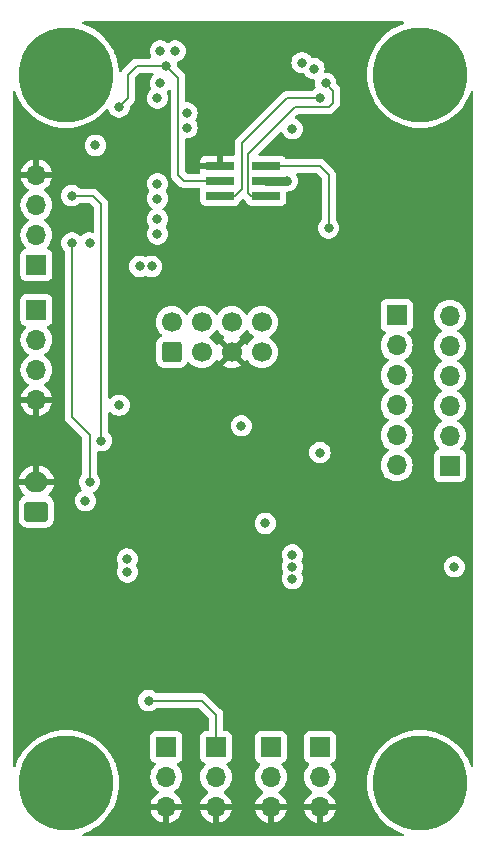
<source format=gbr>
%TF.GenerationSoftware,KiCad,Pcbnew,8.0.8*%
%TF.CreationDate,2025-02-17T10:13:52+00:00*%
%TF.ProjectId,receiver-esp32-c6,72656365-6976-4657-922d-65737033322d,rev?*%
%TF.SameCoordinates,Original*%
%TF.FileFunction,Copper,L4,Bot*%
%TF.FilePolarity,Positive*%
%FSLAX46Y46*%
G04 Gerber Fmt 4.6, Leading zero omitted, Abs format (unit mm)*
G04 Created by KiCad (PCBNEW 8.0.8) date 2025-02-17 10:13:52*
%MOMM*%
%LPD*%
G01*
G04 APERTURE LIST*
G04 Aperture macros list*
%AMRoundRect*
0 Rectangle with rounded corners*
0 $1 Rounding radius*
0 $2 $3 $4 $5 $6 $7 $8 $9 X,Y pos of 4 corners*
0 Add a 4 corners polygon primitive as box body*
4,1,4,$2,$3,$4,$5,$6,$7,$8,$9,$2,$3,0*
0 Add four circle primitives for the rounded corners*
1,1,$1+$1,$2,$3*
1,1,$1+$1,$4,$5*
1,1,$1+$1,$6,$7*
1,1,$1+$1,$8,$9*
0 Add four rect primitives between the rounded corners*
20,1,$1+$1,$2,$3,$4,$5,0*
20,1,$1+$1,$4,$5,$6,$7,0*
20,1,$1+$1,$6,$7,$8,$9,0*
20,1,$1+$1,$8,$9,$2,$3,0*%
G04 Aperture macros list end*
%TA.AperFunction,ComponentPad*%
%ADD10R,1.700000X1.700000*%
%TD*%
%TA.AperFunction,ComponentPad*%
%ADD11O,1.700000X1.700000*%
%TD*%
%TA.AperFunction,ComponentPad*%
%ADD12RoundRect,0.250000X0.600000X-0.600000X0.600000X0.600000X-0.600000X0.600000X-0.600000X-0.600000X0*%
%TD*%
%TA.AperFunction,ComponentPad*%
%ADD13C,1.700000*%
%TD*%
%TA.AperFunction,ComponentPad*%
%ADD14C,4.400000*%
%TD*%
%TA.AperFunction,ConnectorPad*%
%ADD15C,8.000000*%
%TD*%
%TA.AperFunction,ComponentPad*%
%ADD16RoundRect,0.250000X0.750000X-0.600000X0.750000X0.600000X-0.750000X0.600000X-0.750000X-0.600000X0*%
%TD*%
%TA.AperFunction,ComponentPad*%
%ADD17O,2.000000X1.700000*%
%TD*%
%TA.AperFunction,SMDPad,CuDef*%
%ADD18R,2.400000X0.740000*%
%TD*%
%TA.AperFunction,ViaPad*%
%ADD19C,0.800000*%
%TD*%
%TA.AperFunction,Conductor*%
%ADD20C,0.203200*%
%TD*%
%TA.AperFunction,Conductor*%
%ADD21C,0.762000*%
%TD*%
G04 APERTURE END LIST*
D10*
%TO.P,J1,1,Pin_1*%
%TO.N,O_PWM_1*%
X136000000Y-114420000D03*
D11*
%TO.P,J1,2,Pin_2*%
%TO.N,+5V*%
X136000000Y-116960000D03*
%TO.P,J1,3,Pin_3*%
%TO.N,GND*%
X136000000Y-119500000D03*
%TD*%
D12*
%TO.P,J7,1,Pin_1*%
%TO.N,+3V3*%
X136460000Y-81000000D03*
D13*
%TO.P,J7,2,Pin_2*%
%TO.N,O_STEPPER_EN*%
X136460000Y-78460000D03*
%TO.P,J7,3,Pin_3*%
%TO.N,O_STEPPER_DIR*%
X139000000Y-81000000D03*
%TO.P,J7,4,Pin_4*%
%TO.N,O_STEPPER_STEP*%
X139000000Y-78460000D03*
%TO.P,J7,5,Pin_5*%
%TO.N,GND*%
X141540000Y-81000000D03*
%TO.P,J7,6,Pin_6*%
%TO.N,O_STEPPER_MS2*%
X141540000Y-78460000D03*
%TO.P,J7,7,Pin_7*%
%TO.N,O_STEPPER_MS1*%
X144080000Y-81000000D03*
%TO.P,J7,8,Pin_8*%
%TO.N,VCC*%
X144080000Y-78460000D03*
%TD*%
D10*
%TO.P,J10,1,Pin_1*%
%TO.N,VCC*%
X125000000Y-77420000D03*
D11*
%TO.P,J10,2,Pin_2*%
%TO.N,USB_D-*%
X125000000Y-79960000D03*
%TO.P,J10,3,Pin_3*%
%TO.N,USB_D+*%
X125000000Y-82500000D03*
%TO.P,J10,4,Pin_4*%
%TO.N,GND*%
X125000000Y-85040000D03*
%TD*%
D14*
%TO.P,H2,1*%
%TO.N,N/C*%
X157500000Y-57500000D03*
D15*
X157500000Y-57500000D03*
%TD*%
D10*
%TO.P,J4,1,Pin_1*%
%TO.N,+5V*%
X160000000Y-90620000D03*
D11*
%TO.P,J4,2,Pin_2*%
X160000000Y-88080000D03*
%TO.P,J4,3,Pin_3*%
X160000000Y-85540000D03*
%TO.P,J4,4,Pin_4*%
X160000000Y-83000000D03*
%TO.P,J4,5,Pin_5*%
X160000000Y-80460000D03*
%TO.P,J4,6,Pin_6*%
X160000000Y-77920000D03*
%TD*%
D16*
%TO.P,J6,1,Pin_1*%
%TO.N,+BATT*%
X125000000Y-94500000D03*
D17*
%TO.P,J6,2,Pin_2*%
%TO.N,GND*%
X125000000Y-92000000D03*
%TD*%
D14*
%TO.P,H3,1*%
%TO.N,N/C*%
X127500000Y-117500000D03*
D15*
X127500000Y-117500000D03*
%TD*%
D10*
%TO.P,J5,1,Pin_1*%
%TO.N,Net-(J5-Pin_1)*%
X155500000Y-77880000D03*
D11*
%TO.P,J5,2,Pin_2*%
%TO.N,Net-(J5-Pin_2)*%
X155500000Y-80420000D03*
%TO.P,J5,3,Pin_3*%
%TO.N,Net-(J5-Pin_3)*%
X155500000Y-82960000D03*
%TO.P,J5,4,Pin_4*%
%TO.N,Net-(J5-Pin_4)*%
X155500000Y-85500000D03*
%TO.P,J5,5,Pin_5*%
%TO.N,Net-(J5-Pin_5)*%
X155500000Y-88040000D03*
%TO.P,J5,6,Pin_6*%
%TO.N,Net-(J5-Pin_6)*%
X155500000Y-90580000D03*
%TD*%
D14*
%TO.P,H1,1*%
%TO.N,N/C*%
X127500000Y-57500000D03*
D15*
X127500000Y-57500000D03*
%TD*%
D10*
%TO.P,J11,1,Pin_1*%
%TO.N,O_PWM_4*%
X149000000Y-114420000D03*
D11*
%TO.P,J11,2,Pin_2*%
%TO.N,+5V*%
X149000000Y-116960000D03*
%TO.P,J11,3,Pin_3*%
%TO.N,GND*%
X149000000Y-119500000D03*
%TD*%
D10*
%TO.P,J2,1,Pin_1*%
%TO.N,O_PWM_2*%
X140200000Y-114420000D03*
D11*
%TO.P,J2,2,Pin_2*%
%TO.N,+5V*%
X140200000Y-116960000D03*
%TO.P,J2,3,Pin_3*%
%TO.N,GND*%
X140200000Y-119500000D03*
%TD*%
D14*
%TO.P,H4,1*%
%TO.N,N/C*%
X157500000Y-117500000D03*
D15*
X157500000Y-117500000D03*
%TD*%
D10*
%TO.P,J9,1,Pin_1*%
%TO.N,+3V3*%
X125000000Y-73620000D03*
D11*
%TO.P,J9,2,Pin_2*%
%TO.N,I2C_SCL*%
X125000000Y-71080000D03*
%TO.P,J9,3,Pin_3*%
%TO.N,I2C_SDA*%
X125000000Y-68540000D03*
%TO.P,J9,4,Pin_4*%
%TO.N,GND*%
X125000000Y-66000000D03*
%TD*%
D10*
%TO.P,J3,1,Pin_1*%
%TO.N,O_PWM_3*%
X144850000Y-114420000D03*
D11*
%TO.P,J3,2,Pin_2*%
%TO.N,+5V*%
X144850000Y-116960000D03*
%TO.P,J3,3,Pin_3*%
%TO.N,GND*%
X144850000Y-119500000D03*
%TD*%
D18*
%TO.P,J8,1,Pin_1*%
%TO.N,BOOT*%
X144450000Y-65230000D03*
%TO.P,J8,2,Pin_2*%
%TO.N,GND*%
X140550000Y-65230000D03*
%TO.P,J8,3,Pin_3*%
%TO.N,+3V3*%
X144450000Y-66500000D03*
%TO.P,J8,4,Pin_4*%
%TO.N,RESET*%
X140550000Y-66500000D03*
%TO.P,J8,5,Pin_5*%
%TO.N,UART_TX*%
X144450000Y-67770000D03*
%TO.P,J8,6,Pin_6*%
%TO.N,UART_RX*%
X140550000Y-67770000D03*
%TD*%
D19*
%TO.N,GND*%
X151000000Y-84420000D03*
X151000000Y-79420000D03*
X146000000Y-79420000D03*
X132000000Y-82420000D03*
X132000000Y-77420000D03*
X128000000Y-111420000D03*
X151000000Y-110420000D03*
X147000000Y-110420000D03*
X143000000Y-83420000D03*
X140000000Y-83420000D03*
X127000000Y-88420000D03*
X152000000Y-95420000D03*
X150000000Y-95420000D03*
X139000000Y-86420000D03*
X139000000Y-71420000D03*
X146000000Y-73420000D03*
X146000000Y-70420000D03*
X142000000Y-70420000D03*
X151000000Y-73420000D03*
X151000000Y-75420000D03*
X147000000Y-89420000D03*
X146000000Y-85420000D03*
X136000000Y-86420000D03*
X139000000Y-90420000D03*
X141000000Y-93420000D03*
X139000000Y-93420000D03*
X132000000Y-110420000D03*
X143000000Y-110420000D03*
X152000000Y-118420000D03*
X159000000Y-110420000D03*
X133000000Y-113420000D03*
X124000000Y-112420000D03*
X124000000Y-110420000D03*
X152000000Y-120420000D03*
X133000000Y-120420000D03*
X132100000Y-73720000D03*
X138400000Y-69420000D03*
X127900000Y-65620000D03*
X127900000Y-63120000D03*
X123800000Y-61420000D03*
X153400000Y-53920000D03*
X148400000Y-53920000D03*
X146700000Y-53920000D03*
X145000000Y-53920000D03*
X143200000Y-53920000D03*
X141500000Y-53920000D03*
X139800000Y-53920000D03*
X138000000Y-53920000D03*
X136000000Y-53920000D03*
X131600000Y-53920000D03*
X141000000Y-63320000D03*
X142300000Y-56920000D03*
X139700000Y-56920000D03*
X157000000Y-63420000D03*
X153400000Y-61520000D03*
X161000000Y-62320000D03*
%TO.N,VCC*%
X132700000Y-99620000D03*
X132700000Y-98520000D03*
%TO.N,GND*%
X144890000Y-99942000D03*
X144890000Y-98418000D03*
X158098000Y-99942000D03*
X158860000Y-99180000D03*
X158098000Y-98418000D03*
%TO.N,+5V*%
X160384000Y-99180000D03*
%TO.N,+3V3*%
X146668000Y-99180000D03*
X146668000Y-98164000D03*
X146250000Y-66500000D03*
X130000000Y-63500000D03*
X136750000Y-55500000D03*
X129142000Y-93592000D03*
X135500000Y-55510000D03*
X142350000Y-87242000D03*
X129500000Y-71750000D03*
X144382000Y-95500000D03*
X146668000Y-100196000D03*
X132000000Y-85500000D03*
%TO.N,O_PWM_4*%
X148500000Y-57000000D03*
%TO.N,O_PWM_2*%
X133750000Y-73750000D03*
X134500000Y-110500000D03*
%TO.N,O_PWM_3*%
X147500000Y-56500000D03*
%TO.N,O_PWM_1*%
X134750000Y-73750000D03*
%TO.N,O_STEPPER_DIR*%
X135250000Y-59500000D03*
%TO.N,O_STEPPER_MS1*%
X146668000Y-62096000D03*
%TO.N,O_STEPPER_EN*%
X135500000Y-58250000D03*
%TO.N,O_STEPPER_STEP*%
X137750000Y-60750000D03*
%TO.N,O_STEPPER_MS2*%
X137750000Y-62000000D03*
%TO.N,UART_RX*%
X149000000Y-59500000D03*
%TO.N,RESET*%
X132000000Y-60250000D03*
X136000000Y-56750000D03*
%TO.N,BOOT*%
X149000000Y-89500000D03*
X149750000Y-70500000D03*
%TO.N,UART_TX*%
X149500000Y-58250000D03*
%TO.N,I2C_SCL*%
X129500000Y-92000000D03*
X128000000Y-71750000D03*
X135250000Y-68000000D03*
%TO.N,I2C_SDA*%
X130500000Y-88500000D03*
X128000000Y-67750000D03*
X135250000Y-66750000D03*
%TO.N,USB_D-*%
X135250000Y-69750000D03*
%TO.N,USB_D+*%
X135250000Y-71000000D03*
%TD*%
D20*
%TO.N,UART_TX*%
X144450000Y-67770000D02*
X143150000Y-67770000D01*
X142900000Y-67520000D02*
X142900000Y-64220000D01*
X146870000Y-60250000D02*
X149750000Y-60250000D01*
X143150000Y-67770000D02*
X142900000Y-67520000D01*
X142900000Y-64220000D02*
X146870000Y-60250000D01*
X149750000Y-60250000D02*
X150128600Y-59871400D01*
X150128600Y-59871400D02*
X150128600Y-58878600D01*
X150128600Y-58878600D02*
X149500000Y-58250000D01*
%TO.N,UART_RX*%
X149000000Y-59500000D02*
X146220000Y-59500000D01*
X146220000Y-59500000D02*
X142400000Y-63320000D01*
X142400000Y-63320000D02*
X142400000Y-67220000D01*
X142400000Y-67220000D02*
X141850000Y-67770000D01*
X141850000Y-67770000D02*
X140550000Y-67770000D01*
%TO.N,I2C_SDA*%
X128000000Y-67750000D02*
X129750000Y-67750000D01*
X129750000Y-67750000D02*
X130500000Y-68500000D01*
X130500000Y-68500000D02*
X130500000Y-88500000D01*
D21*
%TO.N,+3V3*%
X144450000Y-66500000D02*
X146250000Y-66500000D01*
D20*
%TO.N,O_PWM_2*%
X139000000Y-110500000D02*
X140200000Y-111700000D01*
X134500000Y-110500000D02*
X139000000Y-110500000D01*
X140200000Y-111700000D02*
X140200000Y-114420000D01*
%TO.N,RESET*%
X137000000Y-57750000D02*
X136000000Y-56750000D01*
X137000000Y-66000000D02*
X137000000Y-57750000D01*
X132750000Y-57500000D02*
X133500000Y-56750000D01*
X132000000Y-60250000D02*
X132750000Y-59500000D01*
X133500000Y-56750000D02*
X136000000Y-56750000D01*
X132750000Y-59500000D02*
X132750000Y-57500000D01*
X137500000Y-66500000D02*
X137000000Y-66000000D01*
X140550000Y-66500000D02*
X137500000Y-66500000D01*
%TO.N,BOOT*%
X149750000Y-66000000D02*
X148980000Y-65230000D01*
X149750000Y-70500000D02*
X149750000Y-66000000D01*
X148980000Y-65230000D02*
X144450000Y-65230000D01*
%TO.N,I2C_SCL*%
X128000000Y-86500000D02*
X129500000Y-88000000D01*
X129500000Y-88000000D02*
X129500000Y-92000000D01*
X128000000Y-71750000D02*
X128000000Y-86500000D01*
%TD*%
%TA.AperFunction,Conductor*%
%TO.N,GND*%
G36*
X140354855Y-79126546D02*
G01*
X140371575Y-79145842D01*
X140501500Y-79331395D01*
X140501505Y-79331401D01*
X140668599Y-79498495D01*
X140753317Y-79557815D01*
X140854595Y-79628731D01*
X140898219Y-79683308D01*
X140905412Y-79752807D01*
X140873890Y-79815161D01*
X140854594Y-79831881D01*
X140778627Y-79885073D01*
X140778626Y-79885073D01*
X141410591Y-80517037D01*
X141347007Y-80534075D01*
X141232993Y-80599901D01*
X141139901Y-80692993D01*
X141074075Y-80807007D01*
X141057037Y-80870590D01*
X140425073Y-80238626D01*
X140425072Y-80238627D01*
X140371880Y-80314595D01*
X140317303Y-80358220D01*
X140247805Y-80365414D01*
X140185450Y-80333891D01*
X140168730Y-80314595D01*
X140038494Y-80128597D01*
X139871402Y-79961506D01*
X139871396Y-79961501D01*
X139685842Y-79831575D01*
X139642217Y-79776998D01*
X139635023Y-79707500D01*
X139666546Y-79645145D01*
X139685842Y-79628425D01*
X139786683Y-79557815D01*
X139871401Y-79498495D01*
X140038495Y-79331401D01*
X140168425Y-79145842D01*
X140223002Y-79102217D01*
X140292500Y-79095023D01*
X140354855Y-79126546D01*
G37*
%TD.AperFunction*%
%TA.AperFunction,Conductor*%
G36*
X142894855Y-79126546D02*
G01*
X142911575Y-79145842D01*
X143041501Y-79331396D01*
X143041506Y-79331402D01*
X143208597Y-79498493D01*
X143208603Y-79498498D01*
X143394158Y-79628425D01*
X143437783Y-79683002D01*
X143444977Y-79752500D01*
X143413454Y-79814855D01*
X143394158Y-79831575D01*
X143208597Y-79961505D01*
X143041508Y-80128594D01*
X142911269Y-80314595D01*
X142856692Y-80358219D01*
X142787193Y-80365412D01*
X142724839Y-80333890D01*
X142708119Y-80314595D01*
X142654925Y-80238626D01*
X142022962Y-80870590D01*
X142005925Y-80807007D01*
X141940099Y-80692993D01*
X141847007Y-80599901D01*
X141732993Y-80534075D01*
X141669409Y-80517037D01*
X142301372Y-79885073D01*
X142301372Y-79885072D01*
X142225405Y-79831879D01*
X142181780Y-79777302D01*
X142174588Y-79707804D01*
X142206110Y-79645449D01*
X142225406Y-79628730D01*
X142225842Y-79628425D01*
X142411401Y-79498495D01*
X142578495Y-79331401D01*
X142708425Y-79145842D01*
X142763002Y-79102217D01*
X142832500Y-79095023D01*
X142894855Y-79126546D01*
G37*
%TD.AperFunction*%
%TA.AperFunction,Conductor*%
G36*
X156069759Y-53020185D02*
G01*
X156115514Y-53072989D01*
X156125458Y-53142147D01*
X156096433Y-53205703D01*
X156042127Y-53242071D01*
X155942947Y-53275312D01*
X155872485Y-53298929D01*
X155491822Y-53467010D01*
X155491801Y-53467020D01*
X155128268Y-53669506D01*
X155128262Y-53669510D01*
X154784943Y-53904689D01*
X154784933Y-53904696D01*
X154464805Y-54170528D01*
X154464785Y-54170546D01*
X154170546Y-54464785D01*
X154170528Y-54464805D01*
X153904696Y-54784933D01*
X153904689Y-54784943D01*
X153669510Y-55128262D01*
X153669506Y-55128268D01*
X153467020Y-55491801D01*
X153467010Y-55491822D01*
X153298929Y-55872485D01*
X153166679Y-56267066D01*
X153071405Y-56672146D01*
X153071403Y-56672154D01*
X153013913Y-57084292D01*
X153013913Y-57084293D01*
X153013912Y-57084303D01*
X152994693Y-57500000D01*
X153013912Y-57915697D01*
X153013912Y-57915702D01*
X153013913Y-57915707D01*
X153071403Y-58327845D01*
X153071405Y-58327853D01*
X153166679Y-58732933D01*
X153298929Y-59127514D01*
X153467010Y-59508177D01*
X153467020Y-59508198D01*
X153669506Y-59871731D01*
X153669509Y-59871735D01*
X153669511Y-59871739D01*
X153904687Y-60215054D01*
X153904689Y-60215056D01*
X153904696Y-60215066D01*
X154090034Y-60438259D01*
X154170538Y-60535206D01*
X154464794Y-60829462D01*
X154464805Y-60829471D01*
X154784933Y-61095303D01*
X154784939Y-61095307D01*
X154784946Y-61095313D01*
X155128261Y-61330489D01*
X155128267Y-61330492D01*
X155128268Y-61330493D01*
X155294551Y-61423112D01*
X155491812Y-61532985D01*
X155682153Y-61617029D01*
X155872485Y-61701070D01*
X155872488Y-61701071D01*
X155872495Y-61701074D01*
X156267064Y-61833320D01*
X156672152Y-61928596D01*
X157084303Y-61986088D01*
X157500000Y-62005307D01*
X157915697Y-61986088D01*
X158327848Y-61928596D01*
X158732936Y-61833320D01*
X159127505Y-61701074D01*
X159508188Y-61532985D01*
X159871739Y-61330489D01*
X160215054Y-61095313D01*
X160535206Y-60829462D01*
X160829462Y-60535206D01*
X161095313Y-60215054D01*
X161330489Y-59871739D01*
X161532985Y-59508188D01*
X161701074Y-59127505D01*
X161757928Y-58957872D01*
X161797897Y-58900565D01*
X161862504Y-58873963D01*
X161931237Y-58886513D01*
X161982274Y-58934230D01*
X161999500Y-58997280D01*
X161999500Y-116002719D01*
X161979815Y-116069758D01*
X161927011Y-116115513D01*
X161857853Y-116125457D01*
X161794297Y-116096432D01*
X161757928Y-116042125D01*
X161701074Y-115872495D01*
X161700036Y-115870145D01*
X161592917Y-115627544D01*
X161532985Y-115491812D01*
X161436107Y-115317883D01*
X161330493Y-115128268D01*
X161330492Y-115128267D01*
X161330489Y-115128261D01*
X161095313Y-114784946D01*
X161095307Y-114784939D01*
X161095303Y-114784933D01*
X160829471Y-114464805D01*
X160829462Y-114464794D01*
X160535206Y-114170538D01*
X160535194Y-114170528D01*
X160215066Y-113904696D01*
X160215056Y-113904689D01*
X160215054Y-113904687D01*
X159871739Y-113669511D01*
X159871735Y-113669509D01*
X159871731Y-113669506D01*
X159508198Y-113467020D01*
X159508177Y-113467010D01*
X159127514Y-113298929D01*
X158732933Y-113166679D01*
X158327853Y-113071405D01*
X158327845Y-113071403D01*
X157915707Y-113013913D01*
X157915702Y-113013912D01*
X157915697Y-113013912D01*
X157500000Y-112994693D01*
X157084303Y-113013912D01*
X157084297Y-113013912D01*
X157084292Y-113013913D01*
X156672154Y-113071403D01*
X156672146Y-113071405D01*
X156267066Y-113166679D01*
X155872485Y-113298929D01*
X155491822Y-113467010D01*
X155491801Y-113467020D01*
X155128268Y-113669506D01*
X155128262Y-113669510D01*
X154784943Y-113904689D01*
X154784933Y-113904696D01*
X154464805Y-114170528D01*
X154464785Y-114170546D01*
X154170546Y-114464785D01*
X154170528Y-114464805D01*
X153904696Y-114784933D01*
X153904689Y-114784943D01*
X153669510Y-115128262D01*
X153669506Y-115128268D01*
X153467020Y-115491801D01*
X153467010Y-115491822D01*
X153298929Y-115872485D01*
X153166679Y-116267066D01*
X153071405Y-116672146D01*
X153071403Y-116672154D01*
X153013913Y-117084292D01*
X153013912Y-117084297D01*
X153013912Y-117084303D01*
X152994693Y-117500000D01*
X153013912Y-117915697D01*
X153013912Y-117915702D01*
X153013913Y-117915707D01*
X153071403Y-118327845D01*
X153071405Y-118327853D01*
X153166679Y-118732933D01*
X153298929Y-119127514D01*
X153467010Y-119508177D01*
X153467020Y-119508198D01*
X153669506Y-119871731D01*
X153669509Y-119871735D01*
X153669511Y-119871739D01*
X153904687Y-120215054D01*
X153904689Y-120215056D01*
X153904696Y-120215066D01*
X154034251Y-120371082D01*
X154170538Y-120535206D01*
X154464794Y-120829462D01*
X154511062Y-120867882D01*
X154784933Y-121095303D01*
X154784939Y-121095307D01*
X154784946Y-121095313D01*
X155128261Y-121330489D01*
X155491812Y-121532985D01*
X155682153Y-121617029D01*
X155872485Y-121701070D01*
X155872488Y-121701071D01*
X155872495Y-121701074D01*
X156042127Y-121757928D01*
X156099435Y-121797897D01*
X156126037Y-121862504D01*
X156113487Y-121931237D01*
X156065770Y-121982274D01*
X156002720Y-121999500D01*
X128997280Y-121999500D01*
X128930241Y-121979815D01*
X128884486Y-121927011D01*
X128874542Y-121857853D01*
X128903567Y-121794297D01*
X128957872Y-121757928D01*
X129127505Y-121701074D01*
X129508188Y-121532985D01*
X129871739Y-121330489D01*
X130215054Y-121095313D01*
X130535206Y-120829462D01*
X130829462Y-120535206D01*
X131095313Y-120215054D01*
X131330489Y-119871739D01*
X131532985Y-119508188D01*
X131701074Y-119127505D01*
X131833320Y-118732936D01*
X131928596Y-118327848D01*
X131986088Y-117915697D01*
X132005307Y-117500000D01*
X131986088Y-117084303D01*
X131968749Y-116959999D01*
X134644341Y-116959999D01*
X134644341Y-116960000D01*
X134664936Y-117195403D01*
X134664938Y-117195413D01*
X134726094Y-117423655D01*
X134726096Y-117423659D01*
X134726097Y-117423663D01*
X134761694Y-117500000D01*
X134825965Y-117637830D01*
X134825967Y-117637834D01*
X134961501Y-117831395D01*
X134961506Y-117831402D01*
X135128597Y-117998493D01*
X135128603Y-117998498D01*
X135314594Y-118128730D01*
X135358219Y-118183307D01*
X135365413Y-118252805D01*
X135333890Y-118315160D01*
X135314595Y-118331880D01*
X135128922Y-118461890D01*
X135128920Y-118461891D01*
X134961891Y-118628920D01*
X134961886Y-118628926D01*
X134826400Y-118822420D01*
X134826399Y-118822422D01*
X134726570Y-119036507D01*
X134726567Y-119036513D01*
X134669364Y-119249999D01*
X134669364Y-119250000D01*
X135566988Y-119250000D01*
X135534075Y-119307007D01*
X135500000Y-119434174D01*
X135500000Y-119565826D01*
X135534075Y-119692993D01*
X135566988Y-119750000D01*
X134669364Y-119750000D01*
X134726567Y-119963486D01*
X134726570Y-119963492D01*
X134826399Y-120177578D01*
X134961894Y-120371082D01*
X135128917Y-120538105D01*
X135322421Y-120673600D01*
X135536507Y-120773429D01*
X135536516Y-120773433D01*
X135750000Y-120830634D01*
X135750000Y-119933012D01*
X135807007Y-119965925D01*
X135934174Y-120000000D01*
X136065826Y-120000000D01*
X136192993Y-119965925D01*
X136250000Y-119933012D01*
X136250000Y-120830633D01*
X136463483Y-120773433D01*
X136463492Y-120773429D01*
X136677578Y-120673600D01*
X136871082Y-120538105D01*
X137038105Y-120371082D01*
X137173600Y-120177578D01*
X137273429Y-119963492D01*
X137273432Y-119963486D01*
X137330636Y-119750000D01*
X136433012Y-119750000D01*
X136465925Y-119692993D01*
X136500000Y-119565826D01*
X136500000Y-119434174D01*
X136465925Y-119307007D01*
X136433012Y-119250000D01*
X137330636Y-119250000D01*
X137330635Y-119249999D01*
X137273432Y-119036513D01*
X137273429Y-119036507D01*
X137173600Y-118822422D01*
X137173599Y-118822420D01*
X137038113Y-118628926D01*
X137038108Y-118628920D01*
X136871078Y-118461890D01*
X136685405Y-118331879D01*
X136641780Y-118277302D01*
X136634588Y-118207804D01*
X136666110Y-118145449D01*
X136685406Y-118128730D01*
X136871401Y-117998495D01*
X137038495Y-117831401D01*
X137174035Y-117637830D01*
X137273903Y-117423663D01*
X137335063Y-117195408D01*
X137355659Y-116960000D01*
X137335063Y-116724592D01*
X137273903Y-116496337D01*
X137174035Y-116282171D01*
X137163458Y-116267066D01*
X137038496Y-116088600D01*
X136992021Y-116042125D01*
X136916567Y-115966671D01*
X136883084Y-115905351D01*
X136888068Y-115835659D01*
X136929939Y-115779725D01*
X136960915Y-115762810D01*
X137092331Y-115713796D01*
X137207546Y-115627546D01*
X137293796Y-115512331D01*
X137344091Y-115377483D01*
X137350500Y-115317873D01*
X137350499Y-113522128D01*
X137344091Y-113462517D01*
X137293796Y-113327669D01*
X137293795Y-113327668D01*
X137293793Y-113327664D01*
X137207547Y-113212455D01*
X137207544Y-113212452D01*
X137092335Y-113126206D01*
X137092328Y-113126202D01*
X136957482Y-113075908D01*
X136957483Y-113075908D01*
X136897883Y-113069501D01*
X136897881Y-113069500D01*
X136897873Y-113069500D01*
X136897864Y-113069500D01*
X135102129Y-113069500D01*
X135102123Y-113069501D01*
X135042516Y-113075908D01*
X134907671Y-113126202D01*
X134907664Y-113126206D01*
X134792455Y-113212452D01*
X134792452Y-113212455D01*
X134706206Y-113327664D01*
X134706202Y-113327671D01*
X134655908Y-113462517D01*
X134649501Y-113522116D01*
X134649501Y-113522123D01*
X134649500Y-113522135D01*
X134649500Y-115317870D01*
X134649501Y-115317876D01*
X134655908Y-115377483D01*
X134706202Y-115512328D01*
X134706206Y-115512335D01*
X134792452Y-115627544D01*
X134792455Y-115627547D01*
X134907664Y-115713793D01*
X134907671Y-115713797D01*
X135039081Y-115762810D01*
X135095015Y-115804681D01*
X135119432Y-115870145D01*
X135104580Y-115938418D01*
X135083430Y-115966673D01*
X134961503Y-116088600D01*
X134825965Y-116282169D01*
X134825964Y-116282171D01*
X134726098Y-116496335D01*
X134726094Y-116496344D01*
X134664938Y-116724586D01*
X134664936Y-116724596D01*
X134644341Y-116959999D01*
X131968749Y-116959999D01*
X131928596Y-116672152D01*
X131833320Y-116267064D01*
X131701074Y-115872495D01*
X131700036Y-115870145D01*
X131592917Y-115627544D01*
X131532985Y-115491812D01*
X131436107Y-115317883D01*
X131330493Y-115128268D01*
X131330492Y-115128267D01*
X131330489Y-115128261D01*
X131095313Y-114784946D01*
X131095307Y-114784939D01*
X131095303Y-114784933D01*
X130829471Y-114464805D01*
X130829462Y-114464794D01*
X130535206Y-114170538D01*
X130535194Y-114170528D01*
X130215066Y-113904696D01*
X130215056Y-113904689D01*
X130215054Y-113904687D01*
X129871739Y-113669511D01*
X129871735Y-113669509D01*
X129871731Y-113669506D01*
X129508198Y-113467020D01*
X129508177Y-113467010D01*
X129127514Y-113298929D01*
X128732933Y-113166679D01*
X128327853Y-113071405D01*
X128327845Y-113071403D01*
X127915707Y-113013913D01*
X127915702Y-113013912D01*
X127915697Y-113013912D01*
X127500000Y-112994693D01*
X127084303Y-113013912D01*
X127084297Y-113013912D01*
X127084292Y-113013913D01*
X126672154Y-113071403D01*
X126672146Y-113071405D01*
X126267066Y-113166679D01*
X125872485Y-113298929D01*
X125491822Y-113467010D01*
X125491801Y-113467020D01*
X125128268Y-113669506D01*
X125128262Y-113669510D01*
X124784943Y-113904689D01*
X124784933Y-113904696D01*
X124464805Y-114170528D01*
X124464785Y-114170546D01*
X124170546Y-114464785D01*
X124170528Y-114464805D01*
X123904696Y-114784933D01*
X123904689Y-114784943D01*
X123669510Y-115128262D01*
X123669506Y-115128268D01*
X123467020Y-115491801D01*
X123467010Y-115491822D01*
X123298929Y-115872485D01*
X123242072Y-116042125D01*
X123202103Y-116099434D01*
X123137496Y-116126036D01*
X123068763Y-116113486D01*
X123017726Y-116065768D01*
X123000500Y-116002719D01*
X123000500Y-110500000D01*
X133594540Y-110500000D01*
X133614326Y-110688256D01*
X133614327Y-110688259D01*
X133672818Y-110868277D01*
X133672821Y-110868284D01*
X133767467Y-111032216D01*
X133830391Y-111102100D01*
X133894129Y-111172888D01*
X134047265Y-111284148D01*
X134047270Y-111284151D01*
X134220192Y-111361142D01*
X134220197Y-111361144D01*
X134405354Y-111400500D01*
X134405355Y-111400500D01*
X134594644Y-111400500D01*
X134594646Y-111400500D01*
X134779803Y-111361144D01*
X134952730Y-111284151D01*
X135105871Y-111172888D01*
X135132667Y-111143127D01*
X135192154Y-111106479D01*
X135224817Y-111102100D01*
X138699240Y-111102100D01*
X138766279Y-111121785D01*
X138786921Y-111138419D01*
X139561581Y-111913079D01*
X139595066Y-111974402D01*
X139597900Y-112000760D01*
X139597900Y-112945500D01*
X139578215Y-113012539D01*
X139525411Y-113058294D01*
X139473901Y-113069500D01*
X139302130Y-113069500D01*
X139302123Y-113069501D01*
X139242516Y-113075908D01*
X139107671Y-113126202D01*
X139107664Y-113126206D01*
X138992455Y-113212452D01*
X138992452Y-113212455D01*
X138906206Y-113327664D01*
X138906202Y-113327671D01*
X138855908Y-113462517D01*
X138849501Y-113522116D01*
X138849501Y-113522123D01*
X138849500Y-113522135D01*
X138849500Y-115317870D01*
X138849501Y-115317876D01*
X138855908Y-115377483D01*
X138906202Y-115512328D01*
X138906206Y-115512335D01*
X138992452Y-115627544D01*
X138992455Y-115627547D01*
X139107664Y-115713793D01*
X139107671Y-115713797D01*
X139239081Y-115762810D01*
X139295015Y-115804681D01*
X139319432Y-115870145D01*
X139304580Y-115938418D01*
X139283430Y-115966673D01*
X139161503Y-116088600D01*
X139025965Y-116282169D01*
X139025964Y-116282171D01*
X138926098Y-116496335D01*
X138926094Y-116496344D01*
X138864938Y-116724586D01*
X138864936Y-116724596D01*
X138844341Y-116959999D01*
X138844341Y-116960000D01*
X138864936Y-117195403D01*
X138864938Y-117195413D01*
X138926094Y-117423655D01*
X138926096Y-117423659D01*
X138926097Y-117423663D01*
X138961694Y-117500000D01*
X139025965Y-117637830D01*
X139025967Y-117637834D01*
X139161501Y-117831395D01*
X139161506Y-117831402D01*
X139328597Y-117998493D01*
X139328603Y-117998498D01*
X139514594Y-118128730D01*
X139558219Y-118183307D01*
X139565413Y-118252805D01*
X139533890Y-118315160D01*
X139514595Y-118331880D01*
X139328922Y-118461890D01*
X139328920Y-118461891D01*
X139161891Y-118628920D01*
X139161886Y-118628926D01*
X139026400Y-118822420D01*
X139026399Y-118822422D01*
X138926570Y-119036507D01*
X138926567Y-119036513D01*
X138869364Y-119249999D01*
X138869364Y-119250000D01*
X139766988Y-119250000D01*
X139734075Y-119307007D01*
X139700000Y-119434174D01*
X139700000Y-119565826D01*
X139734075Y-119692993D01*
X139766988Y-119750000D01*
X138869364Y-119750000D01*
X138926567Y-119963486D01*
X138926570Y-119963492D01*
X139026399Y-120177578D01*
X139161894Y-120371082D01*
X139328917Y-120538105D01*
X139522421Y-120673600D01*
X139736507Y-120773429D01*
X139736516Y-120773433D01*
X139950000Y-120830634D01*
X139950000Y-119933012D01*
X140007007Y-119965925D01*
X140134174Y-120000000D01*
X140265826Y-120000000D01*
X140392993Y-119965925D01*
X140450000Y-119933012D01*
X140450000Y-120830633D01*
X140663483Y-120773433D01*
X140663492Y-120773429D01*
X140877578Y-120673600D01*
X141071082Y-120538105D01*
X141238105Y-120371082D01*
X141373600Y-120177578D01*
X141473429Y-119963492D01*
X141473432Y-119963486D01*
X141530636Y-119750000D01*
X140633012Y-119750000D01*
X140665925Y-119692993D01*
X140700000Y-119565826D01*
X140700000Y-119434174D01*
X140665925Y-119307007D01*
X140633012Y-119250000D01*
X141530636Y-119250000D01*
X141530635Y-119249999D01*
X141473432Y-119036513D01*
X141473429Y-119036507D01*
X141373600Y-118822422D01*
X141373599Y-118822420D01*
X141238113Y-118628926D01*
X141238108Y-118628920D01*
X141071078Y-118461890D01*
X140885405Y-118331879D01*
X140841780Y-118277302D01*
X140834588Y-118207804D01*
X140866110Y-118145449D01*
X140885406Y-118128730D01*
X141071401Y-117998495D01*
X141238495Y-117831401D01*
X141374035Y-117637830D01*
X141473903Y-117423663D01*
X141535063Y-117195408D01*
X141555659Y-116960000D01*
X141555659Y-116959999D01*
X143494341Y-116959999D01*
X143494341Y-116960000D01*
X143514936Y-117195403D01*
X143514938Y-117195413D01*
X143576094Y-117423655D01*
X143576096Y-117423659D01*
X143576097Y-117423663D01*
X143611694Y-117500000D01*
X143675965Y-117637830D01*
X143675967Y-117637834D01*
X143811501Y-117831395D01*
X143811506Y-117831402D01*
X143978597Y-117998493D01*
X143978603Y-117998498D01*
X144164594Y-118128730D01*
X144208219Y-118183307D01*
X144215413Y-118252805D01*
X144183890Y-118315160D01*
X144164595Y-118331880D01*
X143978922Y-118461890D01*
X143978920Y-118461891D01*
X143811891Y-118628920D01*
X143811886Y-118628926D01*
X143676400Y-118822420D01*
X143676399Y-118822422D01*
X143576570Y-119036507D01*
X143576567Y-119036513D01*
X143519364Y-119249999D01*
X143519364Y-119250000D01*
X144416988Y-119250000D01*
X144384075Y-119307007D01*
X144350000Y-119434174D01*
X144350000Y-119565826D01*
X144384075Y-119692993D01*
X144416988Y-119750000D01*
X143519364Y-119750000D01*
X143576567Y-119963486D01*
X143576570Y-119963492D01*
X143676399Y-120177578D01*
X143811894Y-120371082D01*
X143978917Y-120538105D01*
X144172421Y-120673600D01*
X144386507Y-120773429D01*
X144386516Y-120773433D01*
X144600000Y-120830634D01*
X144600000Y-119933012D01*
X144657007Y-119965925D01*
X144784174Y-120000000D01*
X144915826Y-120000000D01*
X145042993Y-119965925D01*
X145100000Y-119933012D01*
X145100000Y-120830633D01*
X145313483Y-120773433D01*
X145313492Y-120773429D01*
X145527578Y-120673600D01*
X145721082Y-120538105D01*
X145888105Y-120371082D01*
X146023600Y-120177578D01*
X146123429Y-119963492D01*
X146123432Y-119963486D01*
X146180636Y-119750000D01*
X145283012Y-119750000D01*
X145315925Y-119692993D01*
X145350000Y-119565826D01*
X145350000Y-119434174D01*
X145315925Y-119307007D01*
X145283012Y-119250000D01*
X146180636Y-119250000D01*
X146180635Y-119249999D01*
X146123432Y-119036513D01*
X146123429Y-119036507D01*
X146023600Y-118822422D01*
X146023599Y-118822420D01*
X145888113Y-118628926D01*
X145888108Y-118628920D01*
X145721078Y-118461890D01*
X145535405Y-118331879D01*
X145491780Y-118277302D01*
X145484588Y-118207804D01*
X145516110Y-118145449D01*
X145535406Y-118128730D01*
X145721401Y-117998495D01*
X145888495Y-117831401D01*
X146024035Y-117637830D01*
X146123903Y-117423663D01*
X146185063Y-117195408D01*
X146205659Y-116960000D01*
X146205659Y-116959999D01*
X147644341Y-116959999D01*
X147644341Y-116960000D01*
X147664936Y-117195403D01*
X147664938Y-117195413D01*
X147726094Y-117423655D01*
X147726096Y-117423659D01*
X147726097Y-117423663D01*
X147761694Y-117500000D01*
X147825965Y-117637830D01*
X147825967Y-117637834D01*
X147961501Y-117831395D01*
X147961506Y-117831402D01*
X148128597Y-117998493D01*
X148128603Y-117998498D01*
X148314594Y-118128730D01*
X148358219Y-118183307D01*
X148365413Y-118252805D01*
X148333890Y-118315160D01*
X148314595Y-118331880D01*
X148128922Y-118461890D01*
X148128920Y-118461891D01*
X147961891Y-118628920D01*
X147961886Y-118628926D01*
X147826400Y-118822420D01*
X147826399Y-118822422D01*
X147726570Y-119036507D01*
X147726567Y-119036513D01*
X147669364Y-119249999D01*
X147669364Y-119250000D01*
X148566988Y-119250000D01*
X148534075Y-119307007D01*
X148500000Y-119434174D01*
X148500000Y-119565826D01*
X148534075Y-119692993D01*
X148566988Y-119750000D01*
X147669364Y-119750000D01*
X147726567Y-119963486D01*
X147726570Y-119963492D01*
X147826399Y-120177578D01*
X147961894Y-120371082D01*
X148128917Y-120538105D01*
X148322421Y-120673600D01*
X148536507Y-120773429D01*
X148536516Y-120773433D01*
X148750000Y-120830634D01*
X148750000Y-119933012D01*
X148807007Y-119965925D01*
X148934174Y-120000000D01*
X149065826Y-120000000D01*
X149192993Y-119965925D01*
X149250000Y-119933012D01*
X149250000Y-120830633D01*
X149463483Y-120773433D01*
X149463492Y-120773429D01*
X149677578Y-120673600D01*
X149871082Y-120538105D01*
X150038105Y-120371082D01*
X150173600Y-120177578D01*
X150273429Y-119963492D01*
X150273432Y-119963486D01*
X150330636Y-119750000D01*
X149433012Y-119750000D01*
X149465925Y-119692993D01*
X149500000Y-119565826D01*
X149500000Y-119434174D01*
X149465925Y-119307007D01*
X149433012Y-119250000D01*
X150330636Y-119250000D01*
X150330635Y-119249999D01*
X150273432Y-119036513D01*
X150273429Y-119036507D01*
X150173600Y-118822422D01*
X150173599Y-118822420D01*
X150038113Y-118628926D01*
X150038108Y-118628920D01*
X149871078Y-118461890D01*
X149685405Y-118331879D01*
X149641780Y-118277302D01*
X149634588Y-118207804D01*
X149666110Y-118145449D01*
X149685406Y-118128730D01*
X149871401Y-117998495D01*
X150038495Y-117831401D01*
X150174035Y-117637830D01*
X150273903Y-117423663D01*
X150335063Y-117195408D01*
X150355659Y-116960000D01*
X150335063Y-116724592D01*
X150273903Y-116496337D01*
X150174035Y-116282171D01*
X150163458Y-116267066D01*
X150038496Y-116088600D01*
X149992021Y-116042125D01*
X149916567Y-115966671D01*
X149883084Y-115905351D01*
X149888068Y-115835659D01*
X149929939Y-115779725D01*
X149960915Y-115762810D01*
X150092331Y-115713796D01*
X150207546Y-115627546D01*
X150293796Y-115512331D01*
X150344091Y-115377483D01*
X150350500Y-115317873D01*
X150350499Y-113522128D01*
X150344091Y-113462517D01*
X150293796Y-113327669D01*
X150293795Y-113327668D01*
X150293793Y-113327664D01*
X150207547Y-113212455D01*
X150207544Y-113212452D01*
X150092335Y-113126206D01*
X150092328Y-113126202D01*
X149957482Y-113075908D01*
X149957483Y-113075908D01*
X149897883Y-113069501D01*
X149897881Y-113069500D01*
X149897873Y-113069500D01*
X149897864Y-113069500D01*
X148102129Y-113069500D01*
X148102123Y-113069501D01*
X148042516Y-113075908D01*
X147907671Y-113126202D01*
X147907664Y-113126206D01*
X147792455Y-113212452D01*
X147792452Y-113212455D01*
X147706206Y-113327664D01*
X147706202Y-113327671D01*
X147655908Y-113462517D01*
X147649501Y-113522116D01*
X147649501Y-113522123D01*
X147649500Y-113522135D01*
X147649500Y-115317870D01*
X147649501Y-115317876D01*
X147655908Y-115377483D01*
X147706202Y-115512328D01*
X147706206Y-115512335D01*
X147792452Y-115627544D01*
X147792455Y-115627547D01*
X147907664Y-115713793D01*
X147907671Y-115713797D01*
X148039081Y-115762810D01*
X148095015Y-115804681D01*
X148119432Y-115870145D01*
X148104580Y-115938418D01*
X148083430Y-115966673D01*
X147961503Y-116088600D01*
X147825965Y-116282169D01*
X147825964Y-116282171D01*
X147726098Y-116496335D01*
X147726094Y-116496344D01*
X147664938Y-116724586D01*
X147664936Y-116724596D01*
X147644341Y-116959999D01*
X146205659Y-116959999D01*
X146185063Y-116724592D01*
X146123903Y-116496337D01*
X146024035Y-116282171D01*
X146013458Y-116267066D01*
X145888496Y-116088600D01*
X145842021Y-116042125D01*
X145766567Y-115966671D01*
X145733084Y-115905351D01*
X145738068Y-115835659D01*
X145779939Y-115779725D01*
X145810915Y-115762810D01*
X145942331Y-115713796D01*
X146057546Y-115627546D01*
X146143796Y-115512331D01*
X146194091Y-115377483D01*
X146200500Y-115317873D01*
X146200499Y-113522128D01*
X146194091Y-113462517D01*
X146143796Y-113327669D01*
X146143795Y-113327668D01*
X146143793Y-113327664D01*
X146057547Y-113212455D01*
X146057544Y-113212452D01*
X145942335Y-113126206D01*
X145942328Y-113126202D01*
X145807482Y-113075908D01*
X145807483Y-113075908D01*
X145747883Y-113069501D01*
X145747881Y-113069500D01*
X145747873Y-113069500D01*
X145747864Y-113069500D01*
X143952129Y-113069500D01*
X143952123Y-113069501D01*
X143892516Y-113075908D01*
X143757671Y-113126202D01*
X143757664Y-113126206D01*
X143642455Y-113212452D01*
X143642452Y-113212455D01*
X143556206Y-113327664D01*
X143556202Y-113327671D01*
X143505908Y-113462517D01*
X143499501Y-113522116D01*
X143499501Y-113522123D01*
X143499500Y-113522135D01*
X143499500Y-115317870D01*
X143499501Y-115317876D01*
X143505908Y-115377483D01*
X143556202Y-115512328D01*
X143556206Y-115512335D01*
X143642452Y-115627544D01*
X143642455Y-115627547D01*
X143757664Y-115713793D01*
X143757671Y-115713797D01*
X143889081Y-115762810D01*
X143945015Y-115804681D01*
X143969432Y-115870145D01*
X143954580Y-115938418D01*
X143933430Y-115966673D01*
X143811503Y-116088600D01*
X143675965Y-116282169D01*
X143675964Y-116282171D01*
X143576098Y-116496335D01*
X143576094Y-116496344D01*
X143514938Y-116724586D01*
X143514936Y-116724596D01*
X143494341Y-116959999D01*
X141555659Y-116959999D01*
X141535063Y-116724592D01*
X141473903Y-116496337D01*
X141374035Y-116282171D01*
X141363458Y-116267066D01*
X141238496Y-116088600D01*
X141192021Y-116042125D01*
X141116567Y-115966671D01*
X141083084Y-115905351D01*
X141088068Y-115835659D01*
X141129939Y-115779725D01*
X141160915Y-115762810D01*
X141292331Y-115713796D01*
X141407546Y-115627546D01*
X141493796Y-115512331D01*
X141544091Y-115377483D01*
X141550500Y-115317873D01*
X141550499Y-113522128D01*
X141544091Y-113462517D01*
X141493796Y-113327669D01*
X141493795Y-113327668D01*
X141493793Y-113327664D01*
X141407547Y-113212455D01*
X141407544Y-113212452D01*
X141292335Y-113126206D01*
X141292328Y-113126202D01*
X141157482Y-113075908D01*
X141157483Y-113075908D01*
X141097883Y-113069501D01*
X141097881Y-113069500D01*
X141097873Y-113069500D01*
X141097865Y-113069500D01*
X140926100Y-113069500D01*
X140859061Y-113049815D01*
X140813306Y-112997011D01*
X140802100Y-112945500D01*
X140802100Y-111620733D01*
X140802100Y-111620732D01*
X140761067Y-111467598D01*
X140681800Y-111330302D01*
X140569698Y-111218200D01*
X139369698Y-110018200D01*
X139232402Y-109938933D01*
X139232403Y-109938933D01*
X139181357Y-109925255D01*
X139079268Y-109897900D01*
X139079266Y-109897900D01*
X135224817Y-109897900D01*
X135157778Y-109878215D01*
X135132667Y-109856872D01*
X135105870Y-109827111D01*
X134952734Y-109715851D01*
X134952729Y-109715848D01*
X134779807Y-109638857D01*
X134779802Y-109638855D01*
X134634001Y-109607865D01*
X134594646Y-109599500D01*
X134405354Y-109599500D01*
X134372897Y-109606398D01*
X134220197Y-109638855D01*
X134220192Y-109638857D01*
X134047270Y-109715848D01*
X134047265Y-109715851D01*
X133894129Y-109827111D01*
X133767466Y-109967785D01*
X133672821Y-110131715D01*
X133672818Y-110131722D01*
X133614327Y-110311740D01*
X133614326Y-110311744D01*
X133594540Y-110500000D01*
X123000500Y-110500000D01*
X123000500Y-98520000D01*
X131794540Y-98520000D01*
X131814326Y-98708256D01*
X131814327Y-98708259D01*
X131872818Y-98888277D01*
X131872821Y-98888284D01*
X131941939Y-99008000D01*
X131958412Y-99075900D01*
X131941939Y-99132000D01*
X131872821Y-99251715D01*
X131872818Y-99251722D01*
X131814327Y-99431740D01*
X131814326Y-99431744D01*
X131794540Y-99620000D01*
X131814326Y-99808256D01*
X131814327Y-99808259D01*
X131872818Y-99988277D01*
X131872821Y-99988284D01*
X131967467Y-100152216D01*
X132094129Y-100292888D01*
X132247265Y-100404148D01*
X132247270Y-100404151D01*
X132420192Y-100481142D01*
X132420197Y-100481144D01*
X132605354Y-100520500D01*
X132605355Y-100520500D01*
X132794644Y-100520500D01*
X132794646Y-100520500D01*
X132979803Y-100481144D01*
X133152730Y-100404151D01*
X133305871Y-100292888D01*
X133432533Y-100152216D01*
X133527179Y-99988284D01*
X133585674Y-99808256D01*
X133605460Y-99620000D01*
X133585674Y-99431744D01*
X133527179Y-99251716D01*
X133458060Y-99131999D01*
X133441588Y-99064100D01*
X133458061Y-99008000D01*
X133467449Y-98991740D01*
X133527179Y-98888284D01*
X133585674Y-98708256D01*
X133605460Y-98520000D01*
X133585674Y-98331744D01*
X133531170Y-98164000D01*
X145762540Y-98164000D01*
X145782326Y-98352256D01*
X145782327Y-98352259D01*
X145840820Y-98532283D01*
X145885690Y-98610001D01*
X145902162Y-98677901D01*
X145885690Y-98733999D01*
X145840820Y-98811716D01*
X145815942Y-98888284D01*
X145782326Y-98991744D01*
X145762540Y-99180000D01*
X145782326Y-99368256D01*
X145782327Y-99368259D01*
X145840820Y-99548283D01*
X145885690Y-99626001D01*
X145902162Y-99693901D01*
X145885690Y-99749999D01*
X145840820Y-99827716D01*
X145796491Y-99964148D01*
X145782326Y-100007744D01*
X145762540Y-100196000D01*
X145782326Y-100384256D01*
X145782327Y-100384259D01*
X145840818Y-100564277D01*
X145840821Y-100564284D01*
X145935467Y-100728216D01*
X146062129Y-100868888D01*
X146215265Y-100980148D01*
X146215270Y-100980151D01*
X146388192Y-101057142D01*
X146388197Y-101057144D01*
X146573354Y-101096500D01*
X146573355Y-101096500D01*
X146762644Y-101096500D01*
X146762646Y-101096500D01*
X146947803Y-101057144D01*
X147120730Y-100980151D01*
X147273871Y-100868888D01*
X147400533Y-100728216D01*
X147495179Y-100564284D01*
X147553674Y-100384256D01*
X147573460Y-100196000D01*
X147553674Y-100007744D01*
X147495179Y-99827716D01*
X147450308Y-99749997D01*
X147433836Y-99682100D01*
X147450309Y-99626001D01*
X147495179Y-99548284D01*
X147553674Y-99368256D01*
X147573460Y-99180000D01*
X159478540Y-99180000D01*
X159498326Y-99368256D01*
X159498327Y-99368259D01*
X159556818Y-99548277D01*
X159556821Y-99548283D01*
X159556821Y-99548284D01*
X159651467Y-99712216D01*
X159778129Y-99852888D01*
X159931265Y-99964148D01*
X159931270Y-99964151D01*
X160104192Y-100041142D01*
X160104197Y-100041144D01*
X160289354Y-100080500D01*
X160289355Y-100080500D01*
X160478644Y-100080500D01*
X160478646Y-100080500D01*
X160663803Y-100041144D01*
X160836730Y-99964151D01*
X160989871Y-99852888D01*
X161116533Y-99712216D01*
X161211179Y-99548284D01*
X161269674Y-99368256D01*
X161289460Y-99180000D01*
X161269674Y-98991744D01*
X161211179Y-98811716D01*
X161116533Y-98647784D01*
X160989871Y-98507112D01*
X160989870Y-98507111D01*
X160836734Y-98395851D01*
X160836729Y-98395848D01*
X160663807Y-98318857D01*
X160663802Y-98318855D01*
X160518001Y-98287865D01*
X160478646Y-98279500D01*
X160289354Y-98279500D01*
X160256897Y-98286398D01*
X160104197Y-98318855D01*
X160104192Y-98318857D01*
X159931270Y-98395848D01*
X159931265Y-98395851D01*
X159778129Y-98507111D01*
X159651466Y-98647785D01*
X159556821Y-98811715D01*
X159556818Y-98811722D01*
X159531942Y-98888284D01*
X159498326Y-98991744D01*
X159478540Y-99180000D01*
X147573460Y-99180000D01*
X147553674Y-98991744D01*
X147495179Y-98811716D01*
X147450308Y-98733997D01*
X147433836Y-98666100D01*
X147450309Y-98610001D01*
X147495179Y-98532284D01*
X147553674Y-98352256D01*
X147573460Y-98164000D01*
X147553674Y-97975744D01*
X147495179Y-97795716D01*
X147400533Y-97631784D01*
X147273871Y-97491112D01*
X147273870Y-97491111D01*
X147120734Y-97379851D01*
X147120729Y-97379848D01*
X146947807Y-97302857D01*
X146947802Y-97302855D01*
X146802001Y-97271865D01*
X146762646Y-97263500D01*
X146573354Y-97263500D01*
X146540897Y-97270398D01*
X146388197Y-97302855D01*
X146388192Y-97302857D01*
X146215270Y-97379848D01*
X146215265Y-97379851D01*
X146062129Y-97491111D01*
X145935466Y-97631785D01*
X145840821Y-97795715D01*
X145840818Y-97795722D01*
X145782327Y-97975740D01*
X145782326Y-97975744D01*
X145762540Y-98164000D01*
X133531170Y-98164000D01*
X133527179Y-98151716D01*
X133432533Y-97987784D01*
X133305871Y-97847112D01*
X133305870Y-97847111D01*
X133152734Y-97735851D01*
X133152729Y-97735848D01*
X132979807Y-97658857D01*
X132979802Y-97658855D01*
X132834001Y-97627865D01*
X132794646Y-97619500D01*
X132605354Y-97619500D01*
X132572897Y-97626398D01*
X132420197Y-97658855D01*
X132420192Y-97658857D01*
X132247270Y-97735848D01*
X132247265Y-97735851D01*
X132094129Y-97847111D01*
X131967466Y-97987785D01*
X131872821Y-98151715D01*
X131872818Y-98151722D01*
X131818513Y-98318857D01*
X131814326Y-98331744D01*
X131794540Y-98520000D01*
X123000500Y-98520000D01*
X123000500Y-93849983D01*
X123499500Y-93849983D01*
X123499500Y-95150001D01*
X123499501Y-95150018D01*
X123510000Y-95252796D01*
X123510001Y-95252799D01*
X123529534Y-95311744D01*
X123565186Y-95419334D01*
X123657288Y-95568656D01*
X123781344Y-95692712D01*
X123930666Y-95784814D01*
X124097203Y-95839999D01*
X124199991Y-95850500D01*
X125800008Y-95850499D01*
X125902797Y-95839999D01*
X126069334Y-95784814D01*
X126218656Y-95692712D01*
X126342712Y-95568656D01*
X126385059Y-95500000D01*
X143476540Y-95500000D01*
X143496326Y-95688256D01*
X143496327Y-95688259D01*
X143554818Y-95868277D01*
X143554821Y-95868284D01*
X143649467Y-96032216D01*
X143776129Y-96172888D01*
X143929265Y-96284148D01*
X143929270Y-96284151D01*
X144102192Y-96361142D01*
X144102197Y-96361144D01*
X144287354Y-96400500D01*
X144287355Y-96400500D01*
X144476644Y-96400500D01*
X144476646Y-96400500D01*
X144661803Y-96361144D01*
X144834730Y-96284151D01*
X144987871Y-96172888D01*
X145114533Y-96032216D01*
X145209179Y-95868284D01*
X145267674Y-95688256D01*
X145287460Y-95500000D01*
X145267674Y-95311744D01*
X145209179Y-95131716D01*
X145114533Y-94967784D01*
X144987871Y-94827112D01*
X144987870Y-94827111D01*
X144834734Y-94715851D01*
X144834729Y-94715848D01*
X144661807Y-94638857D01*
X144661802Y-94638855D01*
X144516001Y-94607865D01*
X144476646Y-94599500D01*
X144287354Y-94599500D01*
X144254897Y-94606398D01*
X144102197Y-94638855D01*
X144102192Y-94638857D01*
X143929270Y-94715848D01*
X143929265Y-94715851D01*
X143776129Y-94827111D01*
X143649466Y-94967785D01*
X143554821Y-95131715D01*
X143554818Y-95131722D01*
X143496327Y-95311740D01*
X143496326Y-95311744D01*
X143476540Y-95500000D01*
X126385059Y-95500000D01*
X126434814Y-95419334D01*
X126489999Y-95252797D01*
X126500500Y-95150009D01*
X126500499Y-93849992D01*
X126489999Y-93747203D01*
X126434814Y-93580666D01*
X126342712Y-93431344D01*
X126218656Y-93307288D01*
X126069334Y-93215186D01*
X126069332Y-93215185D01*
X126063440Y-93211551D01*
X126016716Y-93159603D01*
X126005493Y-93090641D01*
X126033337Y-93026558D01*
X126040856Y-93018330D01*
X126179728Y-92879458D01*
X126304620Y-92707557D01*
X126401095Y-92518217D01*
X126466757Y-92316129D01*
X126466757Y-92316126D01*
X126477231Y-92250000D01*
X125433012Y-92250000D01*
X125465925Y-92192993D01*
X125500000Y-92065826D01*
X125500000Y-91934174D01*
X125465925Y-91807007D01*
X125433012Y-91750000D01*
X126477231Y-91750000D01*
X126466757Y-91683873D01*
X126466757Y-91683870D01*
X126401095Y-91481782D01*
X126304620Y-91292442D01*
X126179727Y-91120540D01*
X126179723Y-91120535D01*
X126029464Y-90970276D01*
X126029459Y-90970272D01*
X125857557Y-90845379D01*
X125668217Y-90748904D01*
X125466129Y-90683242D01*
X125256246Y-90650000D01*
X125250000Y-90650000D01*
X125250000Y-91566988D01*
X125192993Y-91534075D01*
X125065826Y-91500000D01*
X124934174Y-91500000D01*
X124807007Y-91534075D01*
X124750000Y-91566988D01*
X124750000Y-90650000D01*
X124743754Y-90650000D01*
X124533872Y-90683242D01*
X124533869Y-90683242D01*
X124331782Y-90748904D01*
X124142442Y-90845379D01*
X123970540Y-90970272D01*
X123970535Y-90970276D01*
X123820276Y-91120535D01*
X123820272Y-91120540D01*
X123695379Y-91292442D01*
X123598904Y-91481782D01*
X123533242Y-91683870D01*
X123533242Y-91683873D01*
X123522769Y-91750000D01*
X124566988Y-91750000D01*
X124534075Y-91807007D01*
X124500000Y-91934174D01*
X124500000Y-92065826D01*
X124534075Y-92192993D01*
X124566988Y-92250000D01*
X123522769Y-92250000D01*
X123533242Y-92316126D01*
X123533242Y-92316129D01*
X123598904Y-92518217D01*
X123695379Y-92707557D01*
X123820272Y-92879459D01*
X123820276Y-92879464D01*
X123959143Y-93018331D01*
X123992628Y-93079654D01*
X123987644Y-93149346D01*
X123945772Y-93205279D01*
X123936559Y-93211551D01*
X123781342Y-93307289D01*
X123657289Y-93431342D01*
X123565187Y-93580663D01*
X123565186Y-93580666D01*
X123510001Y-93747203D01*
X123510001Y-93747204D01*
X123510000Y-93747204D01*
X123499500Y-93849983D01*
X123000500Y-93849983D01*
X123000500Y-79959999D01*
X123644341Y-79959999D01*
X123644341Y-79960000D01*
X123664936Y-80195403D01*
X123664938Y-80195413D01*
X123726094Y-80423655D01*
X123726096Y-80423659D01*
X123726097Y-80423663D01*
X123761694Y-80500000D01*
X123825965Y-80637830D01*
X123825967Y-80637834D01*
X123961501Y-80831395D01*
X123961506Y-80831402D01*
X124128597Y-80998493D01*
X124128603Y-80998498D01*
X124314158Y-81128425D01*
X124357783Y-81183002D01*
X124364977Y-81252500D01*
X124333454Y-81314855D01*
X124314158Y-81331575D01*
X124128597Y-81461505D01*
X123961505Y-81628597D01*
X123825965Y-81822169D01*
X123825964Y-81822171D01*
X123726098Y-82036335D01*
X123726094Y-82036344D01*
X123664938Y-82264586D01*
X123664936Y-82264596D01*
X123644341Y-82499999D01*
X123644341Y-82500000D01*
X123664936Y-82735403D01*
X123664938Y-82735413D01*
X123726094Y-82963655D01*
X123726096Y-82963659D01*
X123726097Y-82963663D01*
X123825965Y-83177830D01*
X123825967Y-83177834D01*
X123961501Y-83371395D01*
X123961506Y-83371402D01*
X124128597Y-83538493D01*
X124128603Y-83538498D01*
X124314594Y-83668730D01*
X124358219Y-83723307D01*
X124365413Y-83792805D01*
X124333890Y-83855160D01*
X124314595Y-83871880D01*
X124128922Y-84001890D01*
X124128920Y-84001891D01*
X123961891Y-84168920D01*
X123961886Y-84168926D01*
X123826400Y-84362420D01*
X123826399Y-84362422D01*
X123726570Y-84576507D01*
X123726567Y-84576513D01*
X123669364Y-84789999D01*
X123669364Y-84790000D01*
X124566988Y-84790000D01*
X124534075Y-84847007D01*
X124500000Y-84974174D01*
X124500000Y-85105826D01*
X124534075Y-85232993D01*
X124566988Y-85290000D01*
X123669364Y-85290000D01*
X123726567Y-85503486D01*
X123726570Y-85503492D01*
X123826399Y-85717578D01*
X123961894Y-85911082D01*
X124128917Y-86078105D01*
X124322421Y-86213600D01*
X124536507Y-86313429D01*
X124536516Y-86313433D01*
X124750000Y-86370634D01*
X124750000Y-85473012D01*
X124807007Y-85505925D01*
X124934174Y-85540000D01*
X125065826Y-85540000D01*
X125192993Y-85505925D01*
X125250000Y-85473012D01*
X125250000Y-86370633D01*
X125463483Y-86313433D01*
X125463492Y-86313429D01*
X125677578Y-86213600D01*
X125871082Y-86078105D01*
X126038105Y-85911082D01*
X126173600Y-85717578D01*
X126273429Y-85503492D01*
X126273432Y-85503486D01*
X126330636Y-85290000D01*
X125433012Y-85290000D01*
X125465925Y-85232993D01*
X125500000Y-85105826D01*
X125500000Y-84974174D01*
X125465925Y-84847007D01*
X125433012Y-84790000D01*
X126330636Y-84790000D01*
X126330635Y-84789999D01*
X126273432Y-84576513D01*
X126273429Y-84576507D01*
X126173600Y-84362422D01*
X126173599Y-84362420D01*
X126038113Y-84168926D01*
X126038108Y-84168920D01*
X125871078Y-84001890D01*
X125685405Y-83871879D01*
X125641780Y-83817302D01*
X125634588Y-83747804D01*
X125666110Y-83685449D01*
X125685406Y-83668730D01*
X125729536Y-83637830D01*
X125871401Y-83538495D01*
X126038495Y-83371401D01*
X126174035Y-83177830D01*
X126273903Y-82963663D01*
X126335063Y-82735408D01*
X126355659Y-82500000D01*
X126335063Y-82264592D01*
X126273903Y-82036337D01*
X126174035Y-81822171D01*
X126168913Y-81814855D01*
X126038494Y-81628597D01*
X125871402Y-81461506D01*
X125871396Y-81461501D01*
X125685842Y-81331575D01*
X125642217Y-81276998D01*
X125635023Y-81207500D01*
X125666546Y-81145145D01*
X125685842Y-81128425D01*
X125775242Y-81065826D01*
X125871401Y-80998495D01*
X126038495Y-80831401D01*
X126174035Y-80637830D01*
X126273903Y-80423663D01*
X126335063Y-80195408D01*
X126355659Y-79960000D01*
X126335063Y-79724592D01*
X126285407Y-79539272D01*
X126273905Y-79496344D01*
X126273904Y-79496343D01*
X126273903Y-79496337D01*
X126174035Y-79282171D01*
X126168912Y-79274855D01*
X126038496Y-79088600D01*
X126037440Y-79087544D01*
X125916567Y-78966671D01*
X125883084Y-78905351D01*
X125888068Y-78835659D01*
X125929939Y-78779725D01*
X125960915Y-78762810D01*
X126092331Y-78713796D01*
X126207546Y-78627546D01*
X126293796Y-78512331D01*
X126344091Y-78377483D01*
X126350500Y-78317873D01*
X126350499Y-76522128D01*
X126344091Y-76462517D01*
X126293796Y-76327669D01*
X126293795Y-76327668D01*
X126293793Y-76327664D01*
X126207547Y-76212455D01*
X126207544Y-76212452D01*
X126092335Y-76126206D01*
X126092328Y-76126202D01*
X125957482Y-76075908D01*
X125957483Y-76075908D01*
X125897883Y-76069501D01*
X125897881Y-76069500D01*
X125897873Y-76069500D01*
X125897864Y-76069500D01*
X124102129Y-76069500D01*
X124102123Y-76069501D01*
X124042516Y-76075908D01*
X123907671Y-76126202D01*
X123907664Y-76126206D01*
X123792455Y-76212452D01*
X123792452Y-76212455D01*
X123706206Y-76327664D01*
X123706202Y-76327671D01*
X123655908Y-76462517D01*
X123649501Y-76522116D01*
X123649501Y-76522123D01*
X123649500Y-76522135D01*
X123649500Y-78317870D01*
X123649501Y-78317876D01*
X123655908Y-78377483D01*
X123706202Y-78512328D01*
X123706206Y-78512335D01*
X123792452Y-78627544D01*
X123792455Y-78627547D01*
X123907664Y-78713793D01*
X123907671Y-78713797D01*
X124039081Y-78762810D01*
X124095015Y-78804681D01*
X124119432Y-78870145D01*
X124104580Y-78938418D01*
X124083430Y-78966673D01*
X123961503Y-79088600D01*
X123825965Y-79282169D01*
X123825964Y-79282171D01*
X123726098Y-79496335D01*
X123726094Y-79496344D01*
X123664938Y-79724586D01*
X123664936Y-79724596D01*
X123644341Y-79959999D01*
X123000500Y-79959999D01*
X123000500Y-68539999D01*
X123644341Y-68539999D01*
X123644341Y-68540000D01*
X123664936Y-68775403D01*
X123664938Y-68775413D01*
X123726094Y-69003655D01*
X123726096Y-69003659D01*
X123726097Y-69003663D01*
X123760347Y-69077112D01*
X123825965Y-69217830D01*
X123825967Y-69217834D01*
X123961501Y-69411395D01*
X123961506Y-69411402D01*
X124128597Y-69578493D01*
X124128603Y-69578498D01*
X124314158Y-69708425D01*
X124357783Y-69763002D01*
X124364977Y-69832500D01*
X124333454Y-69894855D01*
X124314158Y-69911575D01*
X124128597Y-70041505D01*
X123961505Y-70208597D01*
X123825965Y-70402169D01*
X123825964Y-70402171D01*
X123726098Y-70616335D01*
X123726094Y-70616344D01*
X123664938Y-70844586D01*
X123664936Y-70844596D01*
X123644341Y-71079999D01*
X123644341Y-71080000D01*
X123664936Y-71315403D01*
X123664938Y-71315413D01*
X123726094Y-71543655D01*
X123726096Y-71543659D01*
X123726097Y-71543663D01*
X123786356Y-71672888D01*
X123825965Y-71757830D01*
X123825967Y-71757834D01*
X123844395Y-71784151D01*
X123961501Y-71951396D01*
X123961506Y-71951402D01*
X124083430Y-72073326D01*
X124116915Y-72134649D01*
X124111931Y-72204341D01*
X124070059Y-72260274D01*
X124039083Y-72277189D01*
X123907669Y-72326203D01*
X123907664Y-72326206D01*
X123792455Y-72412452D01*
X123792452Y-72412455D01*
X123706206Y-72527664D01*
X123706202Y-72527671D01*
X123655908Y-72662517D01*
X123649501Y-72722116D01*
X123649501Y-72722123D01*
X123649500Y-72722135D01*
X123649500Y-74517870D01*
X123649501Y-74517876D01*
X123655908Y-74577483D01*
X123706202Y-74712328D01*
X123706206Y-74712335D01*
X123792452Y-74827544D01*
X123792455Y-74827547D01*
X123907664Y-74913793D01*
X123907671Y-74913797D01*
X124042517Y-74964091D01*
X124042516Y-74964091D01*
X124049444Y-74964835D01*
X124102127Y-74970500D01*
X125897872Y-74970499D01*
X125957483Y-74964091D01*
X126092331Y-74913796D01*
X126207546Y-74827546D01*
X126293796Y-74712331D01*
X126344091Y-74577483D01*
X126350500Y-74517873D01*
X126350499Y-72722128D01*
X126345299Y-72673757D01*
X126344091Y-72662516D01*
X126293797Y-72527671D01*
X126293793Y-72527664D01*
X126207547Y-72412455D01*
X126207544Y-72412452D01*
X126092335Y-72326206D01*
X126092328Y-72326202D01*
X125960917Y-72277189D01*
X125904983Y-72235318D01*
X125880566Y-72169853D01*
X125895418Y-72101580D01*
X125916563Y-72073332D01*
X126038495Y-71951401D01*
X126174035Y-71757830D01*
X126273903Y-71543663D01*
X126335063Y-71315408D01*
X126355659Y-71080000D01*
X126335063Y-70844592D01*
X126278024Y-70631716D01*
X126273905Y-70616344D01*
X126273904Y-70616343D01*
X126273903Y-70616337D01*
X126174035Y-70402171D01*
X126096915Y-70292031D01*
X126038494Y-70208597D01*
X125871402Y-70041506D01*
X125871396Y-70041501D01*
X125685842Y-69911575D01*
X125642217Y-69856998D01*
X125635023Y-69787500D01*
X125666546Y-69725145D01*
X125685842Y-69708425D01*
X125708026Y-69692891D01*
X125871401Y-69578495D01*
X126038495Y-69411401D01*
X126174035Y-69217830D01*
X126273903Y-69003663D01*
X126335063Y-68775408D01*
X126355659Y-68540000D01*
X126351944Y-68497544D01*
X126340635Y-68368277D01*
X126335063Y-68304592D01*
X126273903Y-68076337D01*
X126174035Y-67862171D01*
X126095493Y-67750000D01*
X127094540Y-67750000D01*
X127114326Y-67938256D01*
X127114327Y-67938259D01*
X127172818Y-68118277D01*
X127172821Y-68118284D01*
X127267467Y-68282216D01*
X127348116Y-68371785D01*
X127394129Y-68422888D01*
X127547265Y-68534148D01*
X127547270Y-68534151D01*
X127720192Y-68611142D01*
X127720197Y-68611144D01*
X127905354Y-68650500D01*
X127905355Y-68650500D01*
X128094644Y-68650500D01*
X128094646Y-68650500D01*
X128279803Y-68611144D01*
X128452730Y-68534151D01*
X128605871Y-68422888D01*
X128632667Y-68393127D01*
X128692154Y-68356479D01*
X128724817Y-68352100D01*
X129449240Y-68352100D01*
X129516279Y-68371785D01*
X129536921Y-68388419D01*
X129861581Y-68713079D01*
X129895066Y-68774402D01*
X129897900Y-68800760D01*
X129897900Y-70760831D01*
X129878215Y-70827870D01*
X129825411Y-70873625D01*
X129756253Y-70883569D01*
X129748120Y-70882121D01*
X129594646Y-70849500D01*
X129405354Y-70849500D01*
X129372897Y-70856398D01*
X129220197Y-70888855D01*
X129220192Y-70888857D01*
X129047270Y-70965848D01*
X129047265Y-70965851D01*
X128894132Y-71077109D01*
X128894129Y-71077111D01*
X128894129Y-71077112D01*
X128842148Y-71134841D01*
X128782663Y-71171489D01*
X128712806Y-71170158D01*
X128657851Y-71134841D01*
X128605871Y-71077112D01*
X128544077Y-71032216D01*
X128452734Y-70965851D01*
X128452729Y-70965848D01*
X128279807Y-70888857D01*
X128279802Y-70888855D01*
X128134001Y-70857865D01*
X128094646Y-70849500D01*
X127905354Y-70849500D01*
X127872897Y-70856398D01*
X127720197Y-70888855D01*
X127720192Y-70888857D01*
X127547270Y-70965848D01*
X127547265Y-70965851D01*
X127394129Y-71077111D01*
X127267466Y-71217785D01*
X127172821Y-71381715D01*
X127172818Y-71381722D01*
X127114327Y-71561740D01*
X127114326Y-71561744D01*
X127094540Y-71750000D01*
X127114326Y-71938256D01*
X127114327Y-71938259D01*
X127172818Y-72118277D01*
X127172821Y-72118284D01*
X127267467Y-72282216D01*
X127366050Y-72391703D01*
X127396280Y-72454694D01*
X127397900Y-72474675D01*
X127397900Y-86579268D01*
X127421790Y-86668425D01*
X127438933Y-86732403D01*
X127438936Y-86732408D01*
X127485987Y-86813904D01*
X127485988Y-86813904D01*
X127510868Y-86856998D01*
X127518199Y-86869696D01*
X127518201Y-86869699D01*
X128861581Y-88213079D01*
X128895066Y-88274402D01*
X128897900Y-88300760D01*
X128897900Y-91275324D01*
X128878215Y-91342363D01*
X128866050Y-91358296D01*
X128767466Y-91467785D01*
X128672821Y-91631715D01*
X128672818Y-91631722D01*
X128615865Y-91807007D01*
X128614326Y-91811744D01*
X128594540Y-92000000D01*
X128614326Y-92188256D01*
X128614327Y-92188259D01*
X128672818Y-92368277D01*
X128672821Y-92368284D01*
X128767467Y-92532216D01*
X128796298Y-92564236D01*
X128808048Y-92577286D01*
X128838278Y-92640278D01*
X128829652Y-92709613D01*
X128784911Y-92763278D01*
X128766335Y-92773537D01*
X128689267Y-92807850D01*
X128689265Y-92807851D01*
X128536129Y-92919111D01*
X128409466Y-93059785D01*
X128314821Y-93223715D01*
X128314818Y-93223722D01*
X128287666Y-93307289D01*
X128256326Y-93403744D01*
X128236540Y-93592000D01*
X128256326Y-93780256D01*
X128256327Y-93780259D01*
X128314818Y-93960277D01*
X128314821Y-93960284D01*
X128409467Y-94124216D01*
X128536129Y-94264888D01*
X128689265Y-94376148D01*
X128689270Y-94376151D01*
X128862192Y-94453142D01*
X128862197Y-94453144D01*
X129047354Y-94492500D01*
X129047355Y-94492500D01*
X129236644Y-94492500D01*
X129236646Y-94492500D01*
X129421803Y-94453144D01*
X129594730Y-94376151D01*
X129747871Y-94264888D01*
X129874533Y-94124216D01*
X129969179Y-93960284D01*
X130027674Y-93780256D01*
X130047460Y-93592000D01*
X130027674Y-93403744D01*
X129969179Y-93223716D01*
X129874533Y-93059784D01*
X129842115Y-93023780D01*
X129833951Y-93014713D01*
X129803721Y-92951721D01*
X129812346Y-92882386D01*
X129857088Y-92828721D01*
X129875651Y-92818468D01*
X129952730Y-92784151D01*
X130105871Y-92672888D01*
X130232533Y-92532216D01*
X130327179Y-92368284D01*
X130385674Y-92188256D01*
X130405460Y-92000000D01*
X130385674Y-91811744D01*
X130327179Y-91631716D01*
X130232533Y-91467784D01*
X130177752Y-91406944D01*
X130133950Y-91358296D01*
X130103720Y-91295304D01*
X130102100Y-91275324D01*
X130102100Y-89500000D01*
X148094540Y-89500000D01*
X148114326Y-89688256D01*
X148114327Y-89688259D01*
X148172818Y-89868277D01*
X148172821Y-89868284D01*
X148267467Y-90032216D01*
X148394129Y-90172888D01*
X148547265Y-90284148D01*
X148547270Y-90284151D01*
X148720192Y-90361142D01*
X148720197Y-90361144D01*
X148905354Y-90400500D01*
X148905355Y-90400500D01*
X149094644Y-90400500D01*
X149094646Y-90400500D01*
X149279803Y-90361144D01*
X149452730Y-90284151D01*
X149605871Y-90172888D01*
X149732533Y-90032216D01*
X149827179Y-89868284D01*
X149885674Y-89688256D01*
X149905460Y-89500000D01*
X149885674Y-89311744D01*
X149827179Y-89131716D01*
X149732533Y-88967784D01*
X149605871Y-88827112D01*
X149605870Y-88827111D01*
X149452734Y-88715851D01*
X149452729Y-88715848D01*
X149279807Y-88638857D01*
X149279802Y-88638855D01*
X149134001Y-88607865D01*
X149094646Y-88599500D01*
X148905354Y-88599500D01*
X148872897Y-88606398D01*
X148720197Y-88638855D01*
X148720192Y-88638857D01*
X148547270Y-88715848D01*
X148547265Y-88715851D01*
X148394129Y-88827111D01*
X148267466Y-88967785D01*
X148172821Y-89131715D01*
X148172818Y-89131722D01*
X148114327Y-89311740D01*
X148114326Y-89311744D01*
X148094540Y-89500000D01*
X130102100Y-89500000D01*
X130102100Y-89489168D01*
X130121785Y-89422129D01*
X130174589Y-89376374D01*
X130243747Y-89366430D01*
X130251864Y-89367874D01*
X130405354Y-89400500D01*
X130405355Y-89400500D01*
X130594644Y-89400500D01*
X130594646Y-89400500D01*
X130779803Y-89361144D01*
X130952730Y-89284151D01*
X131105871Y-89172888D01*
X131232533Y-89032216D01*
X131327179Y-88868284D01*
X131385674Y-88688256D01*
X131405460Y-88500000D01*
X131385674Y-88311744D01*
X131327179Y-88131716D01*
X131232533Y-87967784D01*
X131177752Y-87906944D01*
X131133950Y-87858296D01*
X131103720Y-87795304D01*
X131102100Y-87775324D01*
X131102100Y-87242000D01*
X141444540Y-87242000D01*
X141464326Y-87430256D01*
X141464327Y-87430259D01*
X141522818Y-87610277D01*
X141522821Y-87610284D01*
X141617467Y-87774216D01*
X141744129Y-87914888D01*
X141897265Y-88026148D01*
X141897270Y-88026151D01*
X142070192Y-88103142D01*
X142070197Y-88103144D01*
X142255354Y-88142500D01*
X142255355Y-88142500D01*
X142444644Y-88142500D01*
X142444646Y-88142500D01*
X142629803Y-88103144D01*
X142802730Y-88026151D01*
X142955871Y-87914888D01*
X143082533Y-87774216D01*
X143177179Y-87610284D01*
X143235674Y-87430256D01*
X143255460Y-87242000D01*
X143235674Y-87053744D01*
X143177179Y-86873716D01*
X143082533Y-86709784D01*
X142955871Y-86569112D01*
X142955870Y-86569111D01*
X142802734Y-86457851D01*
X142802729Y-86457848D01*
X142629807Y-86380857D01*
X142629802Y-86380855D01*
X142484001Y-86349865D01*
X142444646Y-86341500D01*
X142255354Y-86341500D01*
X142222897Y-86348398D01*
X142070197Y-86380855D01*
X142070192Y-86380857D01*
X141897270Y-86457848D01*
X141897265Y-86457851D01*
X141744129Y-86569111D01*
X141617466Y-86709785D01*
X141522821Y-86873715D01*
X141522818Y-86873722D01*
X141468302Y-87041506D01*
X141464326Y-87053744D01*
X141444540Y-87242000D01*
X131102100Y-87242000D01*
X131102100Y-86171588D01*
X131121785Y-86104549D01*
X131174589Y-86058794D01*
X131243747Y-86048850D01*
X131307303Y-86077875D01*
X131318250Y-86088616D01*
X131394129Y-86172888D01*
X131547265Y-86284148D01*
X131547270Y-86284151D01*
X131720192Y-86361142D01*
X131720197Y-86361144D01*
X131905354Y-86400500D01*
X131905355Y-86400500D01*
X132094644Y-86400500D01*
X132094646Y-86400500D01*
X132279803Y-86361144D01*
X132452730Y-86284151D01*
X132605871Y-86172888D01*
X132732533Y-86032216D01*
X132827179Y-85868284D01*
X132885674Y-85688256D01*
X132905460Y-85500000D01*
X132885674Y-85311744D01*
X132827179Y-85131716D01*
X132732533Y-84967784D01*
X132605871Y-84827112D01*
X132605870Y-84827111D01*
X132452734Y-84715851D01*
X132452729Y-84715848D01*
X132279807Y-84638857D01*
X132279802Y-84638855D01*
X132134001Y-84607865D01*
X132094646Y-84599500D01*
X131905354Y-84599500D01*
X131872897Y-84606398D01*
X131720197Y-84638855D01*
X131720192Y-84638857D01*
X131547270Y-84715848D01*
X131547265Y-84715851D01*
X131394129Y-84827111D01*
X131394128Y-84827112D01*
X131318249Y-84911384D01*
X131258763Y-84948032D01*
X131188906Y-84946701D01*
X131130857Y-84907814D01*
X131103048Y-84843717D01*
X131102100Y-84828411D01*
X131102100Y-78459999D01*
X135104341Y-78459999D01*
X135104341Y-78460000D01*
X135124936Y-78695403D01*
X135124938Y-78695413D01*
X135186094Y-78923655D01*
X135186096Y-78923659D01*
X135186097Y-78923663D01*
X135262516Y-79087544D01*
X135285965Y-79137830D01*
X135285967Y-79137834D01*
X135361682Y-79245965D01*
X135421505Y-79331401D01*
X135588599Y-79498495D01*
X135588604Y-79498499D01*
X135589968Y-79499643D01*
X135590407Y-79500303D01*
X135592427Y-79502323D01*
X135592021Y-79502728D01*
X135628669Y-79557815D01*
X135629776Y-79627676D01*
X135592937Y-79687046D01*
X135549267Y-79712336D01*
X135540669Y-79715184D01*
X135540663Y-79715187D01*
X135391342Y-79807289D01*
X135267289Y-79931342D01*
X135175187Y-80080663D01*
X135175185Y-80080668D01*
X135158701Y-80130414D01*
X135120001Y-80247203D01*
X135120001Y-80247204D01*
X135120000Y-80247204D01*
X135109500Y-80349983D01*
X135109500Y-81650001D01*
X135109501Y-81650018D01*
X135120000Y-81752796D01*
X135120001Y-81752799D01*
X135175185Y-81919331D01*
X135175187Y-81919336D01*
X135201195Y-81961501D01*
X135267288Y-82068656D01*
X135391344Y-82192712D01*
X135540666Y-82284814D01*
X135707203Y-82339999D01*
X135809991Y-82350500D01*
X137110008Y-82350499D01*
X137212797Y-82339999D01*
X137379334Y-82284814D01*
X137528656Y-82192712D01*
X137652712Y-82068656D01*
X137744814Y-81919334D01*
X137747662Y-81910738D01*
X137787429Y-81853294D01*
X137851944Y-81826468D01*
X137920720Y-81838779D01*
X137957483Y-81867766D01*
X137957677Y-81867573D01*
X137959313Y-81869209D01*
X137960354Y-81870030D01*
X137961501Y-81871397D01*
X137961504Y-81871400D01*
X137961505Y-81871401D01*
X138128599Y-82038495D01*
X138171675Y-82068657D01*
X138322165Y-82174032D01*
X138322167Y-82174033D01*
X138322170Y-82174035D01*
X138536337Y-82273903D01*
X138536343Y-82273904D01*
X138536344Y-82273905D01*
X138567194Y-82282171D01*
X138764592Y-82335063D01*
X138941034Y-82350500D01*
X138999999Y-82355659D01*
X139000000Y-82355659D01*
X139000001Y-82355659D01*
X139058966Y-82350500D01*
X139235408Y-82335063D01*
X139463663Y-82273903D01*
X139677830Y-82174035D01*
X139871401Y-82038495D01*
X140038495Y-81871401D01*
X140168730Y-81685405D01*
X140223307Y-81641781D01*
X140292805Y-81634587D01*
X140355160Y-81666110D01*
X140371879Y-81685405D01*
X140425072Y-81761372D01*
X140425073Y-81761372D01*
X141057037Y-81129408D01*
X141074075Y-81192993D01*
X141139901Y-81307007D01*
X141232993Y-81400099D01*
X141347007Y-81465925D01*
X141410591Y-81482962D01*
X140778626Y-82114926D01*
X140862417Y-82173598D01*
X140862421Y-82173600D01*
X141076507Y-82273429D01*
X141076516Y-82273433D01*
X141304673Y-82334567D01*
X141304684Y-82334569D01*
X141539998Y-82355157D01*
X141540002Y-82355157D01*
X141775315Y-82334569D01*
X141775326Y-82334567D01*
X142003483Y-82273433D01*
X142003492Y-82273429D01*
X142217580Y-82173599D01*
X142301371Y-82114925D01*
X141669408Y-81482962D01*
X141732993Y-81465925D01*
X141847007Y-81400099D01*
X141940099Y-81307007D01*
X142005925Y-81192993D01*
X142022962Y-81129408D01*
X142654925Y-81761371D01*
X142708120Y-81685404D01*
X142762697Y-81641780D01*
X142832196Y-81634588D01*
X142894550Y-81666111D01*
X142911269Y-81685405D01*
X142924180Y-81703844D01*
X143041505Y-81871401D01*
X143208599Y-82038495D01*
X143251675Y-82068657D01*
X143402165Y-82174032D01*
X143402167Y-82174033D01*
X143402170Y-82174035D01*
X143616337Y-82273903D01*
X143616343Y-82273904D01*
X143616344Y-82273905D01*
X143647194Y-82282171D01*
X143844592Y-82335063D01*
X144021034Y-82350500D01*
X144079999Y-82355659D01*
X144080000Y-82355659D01*
X144080001Y-82355659D01*
X144138966Y-82350500D01*
X144315408Y-82335063D01*
X144543663Y-82273903D01*
X144757830Y-82174035D01*
X144951401Y-82038495D01*
X145118495Y-81871401D01*
X145254035Y-81677830D01*
X145353903Y-81463663D01*
X145415063Y-81235408D01*
X145435659Y-81000000D01*
X145415063Y-80764592D01*
X145353903Y-80536337D01*
X145299653Y-80419999D01*
X154144341Y-80419999D01*
X154144341Y-80420000D01*
X154164936Y-80655403D01*
X154164938Y-80655413D01*
X154226094Y-80883655D01*
X154226096Y-80883659D01*
X154226097Y-80883663D01*
X154279644Y-80998495D01*
X154325965Y-81097830D01*
X154325967Y-81097834D01*
X154461501Y-81291395D01*
X154461506Y-81291402D01*
X154628597Y-81458493D01*
X154628603Y-81458498D01*
X154814158Y-81588425D01*
X154857783Y-81643002D01*
X154864977Y-81712500D01*
X154833454Y-81774855D01*
X154814158Y-81791575D01*
X154628597Y-81921505D01*
X154461505Y-82088597D01*
X154325965Y-82282169D01*
X154325964Y-82282171D01*
X154226098Y-82496335D01*
X154226094Y-82496344D01*
X154164938Y-82724586D01*
X154164936Y-82724596D01*
X154144341Y-82959999D01*
X154144341Y-82960000D01*
X154164936Y-83195403D01*
X154164938Y-83195413D01*
X154226094Y-83423655D01*
X154226096Y-83423659D01*
X154226097Y-83423663D01*
X154279644Y-83538495D01*
X154325965Y-83637830D01*
X154325967Y-83637834D01*
X154461501Y-83831395D01*
X154461506Y-83831402D01*
X154628597Y-83998493D01*
X154628603Y-83998498D01*
X154814158Y-84128425D01*
X154857783Y-84183002D01*
X154864977Y-84252500D01*
X154833454Y-84314855D01*
X154814158Y-84331575D01*
X154628597Y-84461505D01*
X154461505Y-84628597D01*
X154325965Y-84822169D01*
X154325964Y-84822171D01*
X154226098Y-85036335D01*
X154226094Y-85036344D01*
X154164938Y-85264586D01*
X154164936Y-85264596D01*
X154144341Y-85499999D01*
X154144341Y-85500000D01*
X154164936Y-85735403D01*
X154164938Y-85735413D01*
X154226094Y-85963655D01*
X154226096Y-85963659D01*
X154226097Y-85963663D01*
X154323054Y-86171588D01*
X154325965Y-86177830D01*
X154325967Y-86177834D01*
X154461501Y-86371395D01*
X154461506Y-86371402D01*
X154628597Y-86538493D01*
X154628603Y-86538498D01*
X154814158Y-86668425D01*
X154857783Y-86723002D01*
X154864977Y-86792500D01*
X154833454Y-86854855D01*
X154814158Y-86871575D01*
X154628597Y-87001505D01*
X154461505Y-87168597D01*
X154325965Y-87362169D01*
X154325964Y-87362171D01*
X154226098Y-87576335D01*
X154226094Y-87576344D01*
X154164938Y-87804586D01*
X154164936Y-87804596D01*
X154144341Y-88039999D01*
X154144341Y-88040000D01*
X154164936Y-88275403D01*
X154164938Y-88275413D01*
X154226094Y-88503655D01*
X154226096Y-88503659D01*
X154226097Y-88503663D01*
X154244750Y-88543664D01*
X154325965Y-88717830D01*
X154325967Y-88717834D01*
X154461501Y-88911395D01*
X154461506Y-88911402D01*
X154628597Y-89078493D01*
X154628603Y-89078498D01*
X154814158Y-89208425D01*
X154857783Y-89263002D01*
X154864977Y-89332500D01*
X154833454Y-89394855D01*
X154814158Y-89411575D01*
X154628597Y-89541505D01*
X154461505Y-89708597D01*
X154325965Y-89902169D01*
X154325964Y-89902171D01*
X154226098Y-90116335D01*
X154226094Y-90116344D01*
X154164938Y-90344586D01*
X154164936Y-90344596D01*
X154144341Y-90579999D01*
X154144341Y-90580000D01*
X154164936Y-90815403D01*
X154164938Y-90815413D01*
X154226094Y-91043655D01*
X154226096Y-91043659D01*
X154226097Y-91043663D01*
X154325965Y-91257830D01*
X154325967Y-91257834D01*
X154396312Y-91358296D01*
X154461505Y-91451401D01*
X154628599Y-91618495D01*
X154721964Y-91683870D01*
X154822165Y-91754032D01*
X154822167Y-91754033D01*
X154822170Y-91754035D01*
X155036337Y-91853903D01*
X155264592Y-91915063D01*
X155452918Y-91931539D01*
X155499999Y-91935659D01*
X155500000Y-91935659D01*
X155500001Y-91935659D01*
X155539234Y-91932226D01*
X155735408Y-91915063D01*
X155963663Y-91853903D01*
X156177830Y-91754035D01*
X156371401Y-91618495D01*
X156538495Y-91451401D01*
X156674035Y-91257830D01*
X156773903Y-91043663D01*
X156835063Y-90815408D01*
X156855659Y-90580000D01*
X156835063Y-90344592D01*
X156773903Y-90116337D01*
X156674035Y-89902171D01*
X156650308Y-89868284D01*
X156538494Y-89708597D01*
X156371402Y-89541506D01*
X156371396Y-89541501D01*
X156185842Y-89411575D01*
X156142217Y-89356998D01*
X156135023Y-89287500D01*
X156166546Y-89225145D01*
X156185842Y-89208425D01*
X156240928Y-89169853D01*
X156371401Y-89078495D01*
X156538495Y-88911401D01*
X156674035Y-88717830D01*
X156773903Y-88503663D01*
X156835063Y-88275408D01*
X156855659Y-88040000D01*
X156835063Y-87804592D01*
X156773903Y-87576337D01*
X156674035Y-87362171D01*
X156654815Y-87334721D01*
X156538494Y-87168597D01*
X156371402Y-87001506D01*
X156371396Y-87001501D01*
X156185842Y-86871575D01*
X156142217Y-86816998D01*
X156135023Y-86747500D01*
X156166546Y-86685145D01*
X156185842Y-86668425D01*
X156313174Y-86579266D01*
X156371401Y-86538495D01*
X156538495Y-86371401D01*
X156674035Y-86177830D01*
X156773903Y-85963663D01*
X156835063Y-85735408D01*
X156855659Y-85500000D01*
X156835063Y-85264592D01*
X156773903Y-85036337D01*
X156674035Y-84822171D01*
X156611593Y-84732993D01*
X156538494Y-84628597D01*
X156371402Y-84461506D01*
X156371396Y-84461501D01*
X156185842Y-84331575D01*
X156142217Y-84276998D01*
X156135023Y-84207500D01*
X156166546Y-84145145D01*
X156185842Y-84128425D01*
X156208026Y-84112891D01*
X156371401Y-83998495D01*
X156538495Y-83831401D01*
X156674035Y-83637830D01*
X156773903Y-83423663D01*
X156835063Y-83195408D01*
X156855659Y-82960000D01*
X156835063Y-82724592D01*
X156784620Y-82536335D01*
X156773905Y-82496344D01*
X156773904Y-82496343D01*
X156773903Y-82496337D01*
X156674035Y-82282171D01*
X156668248Y-82273905D01*
X156538494Y-82088597D01*
X156371402Y-81921506D01*
X156371396Y-81921501D01*
X156185842Y-81791575D01*
X156142217Y-81736998D01*
X156135023Y-81667500D01*
X156166546Y-81605145D01*
X156185842Y-81588425D01*
X156208026Y-81572891D01*
X156371401Y-81458495D01*
X156538495Y-81291401D01*
X156674035Y-81097830D01*
X156773903Y-80883663D01*
X156835063Y-80655408D01*
X156855659Y-80420000D01*
X156835063Y-80184592D01*
X156775287Y-79961501D01*
X156773905Y-79956344D01*
X156773904Y-79956343D01*
X156773903Y-79956337D01*
X156674035Y-79742171D01*
X156655139Y-79715185D01*
X156538496Y-79548600D01*
X156486231Y-79496335D01*
X156416567Y-79426671D01*
X156383084Y-79365351D01*
X156388068Y-79295659D01*
X156429939Y-79239725D01*
X156460915Y-79222810D01*
X156592331Y-79173796D01*
X156707546Y-79087546D01*
X156793796Y-78972331D01*
X156844091Y-78837483D01*
X156850500Y-78777873D01*
X156850500Y-77919999D01*
X158644341Y-77919999D01*
X158644341Y-77920000D01*
X158664936Y-78155403D01*
X158664938Y-78155413D01*
X158726094Y-78383655D01*
X158726096Y-78383659D01*
X158726097Y-78383663D01*
X158761694Y-78460000D01*
X158825965Y-78597830D01*
X158825967Y-78597834D01*
X158894286Y-78695403D01*
X158953329Y-78779725D01*
X158961501Y-78791395D01*
X158961506Y-78791402D01*
X159128597Y-78958493D01*
X159128603Y-78958498D01*
X159314158Y-79088425D01*
X159357783Y-79143002D01*
X159364977Y-79212500D01*
X159333454Y-79274855D01*
X159314158Y-79291575D01*
X159128597Y-79421505D01*
X158961505Y-79588597D01*
X158825965Y-79782169D01*
X158825964Y-79782171D01*
X158726098Y-79996335D01*
X158726094Y-79996344D01*
X158664938Y-80224586D01*
X158664936Y-80224596D01*
X158644341Y-80459999D01*
X158644341Y-80460000D01*
X158664936Y-80695403D01*
X158664938Y-80695413D01*
X158726094Y-80923655D01*
X158726096Y-80923659D01*
X158726097Y-80923663D01*
X158761694Y-81000000D01*
X158825965Y-81137830D01*
X158825967Y-81137834D01*
X158961501Y-81331395D01*
X158961506Y-81331402D01*
X159128597Y-81498493D01*
X159128603Y-81498498D01*
X159314158Y-81628425D01*
X159357783Y-81683002D01*
X159364977Y-81752500D01*
X159333454Y-81814855D01*
X159314158Y-81831575D01*
X159128597Y-81961505D01*
X158961505Y-82128597D01*
X158825965Y-82322169D01*
X158825964Y-82322171D01*
X158726098Y-82536335D01*
X158726094Y-82536344D01*
X158664938Y-82764586D01*
X158664936Y-82764596D01*
X158644341Y-82999999D01*
X158644341Y-83000000D01*
X158664936Y-83235403D01*
X158664938Y-83235413D01*
X158726094Y-83463655D01*
X158726096Y-83463659D01*
X158726097Y-83463663D01*
X158807313Y-83637830D01*
X158825965Y-83677830D01*
X158825967Y-83677834D01*
X158961501Y-83871395D01*
X158961506Y-83871402D01*
X159128597Y-84038493D01*
X159128603Y-84038498D01*
X159314158Y-84168425D01*
X159357783Y-84223002D01*
X159364977Y-84292500D01*
X159333454Y-84354855D01*
X159314158Y-84371575D01*
X159128597Y-84501505D01*
X158961505Y-84668597D01*
X158825965Y-84862169D01*
X158825964Y-84862171D01*
X158726098Y-85076335D01*
X158726094Y-85076344D01*
X158664938Y-85304586D01*
X158664936Y-85304596D01*
X158644341Y-85539999D01*
X158644341Y-85540000D01*
X158664936Y-85775403D01*
X158664938Y-85775413D01*
X158726094Y-86003655D01*
X158726096Y-86003659D01*
X158726097Y-86003663D01*
X158773141Y-86104549D01*
X158825965Y-86217830D01*
X158825967Y-86217834D01*
X158961501Y-86411395D01*
X158961506Y-86411402D01*
X159128597Y-86578493D01*
X159128603Y-86578498D01*
X159314158Y-86708425D01*
X159357783Y-86763002D01*
X159364977Y-86832500D01*
X159333454Y-86894855D01*
X159314158Y-86911575D01*
X159128597Y-87041505D01*
X158961505Y-87208597D01*
X158825965Y-87402169D01*
X158825964Y-87402171D01*
X158726098Y-87616335D01*
X158726094Y-87616344D01*
X158664938Y-87844586D01*
X158664936Y-87844596D01*
X158644341Y-88079999D01*
X158644341Y-88080000D01*
X158664936Y-88315403D01*
X158664938Y-88315413D01*
X158726094Y-88543655D01*
X158726096Y-88543659D01*
X158726097Y-88543663D01*
X158806389Y-88715849D01*
X158825965Y-88757830D01*
X158825967Y-88757834D01*
X158903301Y-88868277D01*
X158961501Y-88951396D01*
X158961506Y-88951402D01*
X159083430Y-89073326D01*
X159116915Y-89134649D01*
X159111931Y-89204341D01*
X159070059Y-89260274D01*
X159039083Y-89277189D01*
X158907669Y-89326203D01*
X158907664Y-89326206D01*
X158792455Y-89412452D01*
X158792452Y-89412455D01*
X158706206Y-89527664D01*
X158706202Y-89527671D01*
X158655908Y-89662517D01*
X158650954Y-89708599D01*
X158649501Y-89722123D01*
X158649500Y-89722135D01*
X158649500Y-91517870D01*
X158649501Y-91517876D01*
X158655908Y-91577483D01*
X158706202Y-91712328D01*
X158706206Y-91712335D01*
X158792452Y-91827544D01*
X158792455Y-91827547D01*
X158907664Y-91913793D01*
X158907671Y-91913797D01*
X159042517Y-91964091D01*
X159042516Y-91964091D01*
X159049444Y-91964835D01*
X159102127Y-91970500D01*
X160897872Y-91970499D01*
X160957483Y-91964091D01*
X161092331Y-91913796D01*
X161207546Y-91827546D01*
X161293796Y-91712331D01*
X161344091Y-91577483D01*
X161350500Y-91517873D01*
X161350499Y-89722128D01*
X161344091Y-89662517D01*
X161298956Y-89541505D01*
X161293797Y-89527671D01*
X161293793Y-89527664D01*
X161207547Y-89412455D01*
X161207544Y-89412452D01*
X161092335Y-89326206D01*
X161092328Y-89326202D01*
X160960917Y-89277189D01*
X160904983Y-89235318D01*
X160880566Y-89169853D01*
X160895418Y-89101580D01*
X160916563Y-89073332D01*
X161038495Y-88951401D01*
X161174035Y-88757830D01*
X161273903Y-88543663D01*
X161335063Y-88315408D01*
X161355659Y-88080000D01*
X161335063Y-87844592D01*
X161273903Y-87616337D01*
X161174035Y-87402171D01*
X161151354Y-87369778D01*
X161038494Y-87208597D01*
X160871402Y-87041506D01*
X160871396Y-87041501D01*
X160685842Y-86911575D01*
X160642217Y-86856998D01*
X160635023Y-86787500D01*
X160666546Y-86725145D01*
X160685842Y-86708425D01*
X160742968Y-86668425D01*
X160871401Y-86578495D01*
X161038495Y-86411401D01*
X161174035Y-86217830D01*
X161273903Y-86003663D01*
X161335063Y-85775408D01*
X161355659Y-85540000D01*
X161335063Y-85304592D01*
X161288626Y-85131285D01*
X161273905Y-85076344D01*
X161273904Y-85076343D01*
X161273903Y-85076337D01*
X161174035Y-84862171D01*
X161161114Y-84843717D01*
X161038494Y-84668597D01*
X160871402Y-84501506D01*
X160871396Y-84501501D01*
X160685842Y-84371575D01*
X160642217Y-84316998D01*
X160635023Y-84247500D01*
X160666546Y-84185145D01*
X160685842Y-84168425D01*
X160742968Y-84128425D01*
X160871401Y-84038495D01*
X161038495Y-83871401D01*
X161174035Y-83677830D01*
X161273903Y-83463663D01*
X161335063Y-83235408D01*
X161355659Y-83000000D01*
X161335063Y-82764592D01*
X161273903Y-82536337D01*
X161174035Y-82322171D01*
X161147878Y-82284814D01*
X161038494Y-82128597D01*
X160871402Y-81961506D01*
X160871396Y-81961501D01*
X160685842Y-81831575D01*
X160642217Y-81776998D01*
X160635023Y-81707500D01*
X160666546Y-81645145D01*
X160685842Y-81628425D01*
X160742968Y-81588425D01*
X160871401Y-81498495D01*
X161038495Y-81331401D01*
X161174035Y-81137830D01*
X161273903Y-80923663D01*
X161335063Y-80695408D01*
X161355659Y-80460000D01*
X161335063Y-80224592D01*
X161273903Y-79996337D01*
X161174035Y-79782171D01*
X161153475Y-79752807D01*
X161038494Y-79588597D01*
X160871402Y-79421506D01*
X160871396Y-79421501D01*
X160685842Y-79291575D01*
X160642217Y-79236998D01*
X160635023Y-79167500D01*
X160666546Y-79105145D01*
X160685842Y-79088425D01*
X160859720Y-78966674D01*
X160871401Y-78958495D01*
X161038495Y-78791401D01*
X161174035Y-78597830D01*
X161273903Y-78383663D01*
X161335063Y-78155408D01*
X161355659Y-77920000D01*
X161335063Y-77684592D01*
X161273903Y-77456337D01*
X161174035Y-77242171D01*
X161134773Y-77186098D01*
X161038494Y-77048597D01*
X160871402Y-76881506D01*
X160871395Y-76881501D01*
X160677834Y-76745967D01*
X160677830Y-76745965D01*
X160677828Y-76745964D01*
X160463663Y-76646097D01*
X160463659Y-76646096D01*
X160463655Y-76646094D01*
X160235413Y-76584938D01*
X160235403Y-76584936D01*
X160000001Y-76564341D01*
X159999999Y-76564341D01*
X159764596Y-76584936D01*
X159764586Y-76584938D01*
X159536344Y-76646094D01*
X159536335Y-76646098D01*
X159322171Y-76745964D01*
X159322169Y-76745965D01*
X159128597Y-76881505D01*
X158961505Y-77048597D01*
X158825965Y-77242169D01*
X158825964Y-77242171D01*
X158726098Y-77456335D01*
X158726094Y-77456344D01*
X158664938Y-77684586D01*
X158664936Y-77684596D01*
X158644341Y-77919999D01*
X156850500Y-77919999D01*
X156850499Y-76982128D01*
X156844091Y-76922517D01*
X156793796Y-76787669D01*
X156793795Y-76787668D01*
X156793793Y-76787664D01*
X156707547Y-76672455D01*
X156707544Y-76672452D01*
X156592335Y-76586206D01*
X156592328Y-76586202D01*
X156457482Y-76535908D01*
X156457483Y-76535908D01*
X156397883Y-76529501D01*
X156397881Y-76529500D01*
X156397873Y-76529500D01*
X156397864Y-76529500D01*
X154602129Y-76529500D01*
X154602123Y-76529501D01*
X154542516Y-76535908D01*
X154407671Y-76586202D01*
X154407664Y-76586206D01*
X154292455Y-76672452D01*
X154292452Y-76672455D01*
X154206206Y-76787664D01*
X154206202Y-76787671D01*
X154155908Y-76922517D01*
X154149501Y-76982116D01*
X154149501Y-76982123D01*
X154149500Y-76982135D01*
X154149500Y-78777870D01*
X154149501Y-78777876D01*
X154155908Y-78837483D01*
X154206202Y-78972328D01*
X154206206Y-78972335D01*
X154292452Y-79087544D01*
X154292455Y-79087547D01*
X154407664Y-79173793D01*
X154407671Y-79173797D01*
X154539081Y-79222810D01*
X154595015Y-79264681D01*
X154619432Y-79330145D01*
X154604580Y-79398418D01*
X154583430Y-79426673D01*
X154461503Y-79548600D01*
X154325965Y-79742169D01*
X154325964Y-79742171D01*
X154226098Y-79956335D01*
X154226094Y-79956344D01*
X154164938Y-80184586D01*
X154164936Y-80184596D01*
X154144341Y-80419999D01*
X145299653Y-80419999D01*
X145254035Y-80322171D01*
X145248731Y-80314595D01*
X145118494Y-80128597D01*
X144951402Y-79961506D01*
X144951396Y-79961501D01*
X144765842Y-79831575D01*
X144722217Y-79776998D01*
X144715023Y-79707500D01*
X144746546Y-79645145D01*
X144765842Y-79628425D01*
X144866683Y-79557815D01*
X144951401Y-79498495D01*
X145118495Y-79331401D01*
X145254035Y-79137830D01*
X145353903Y-78923663D01*
X145415063Y-78695408D01*
X145435659Y-78460000D01*
X145415063Y-78224592D01*
X145353903Y-77996337D01*
X145254035Y-77782171D01*
X145248425Y-77774158D01*
X145118494Y-77588597D01*
X144951402Y-77421506D01*
X144951395Y-77421501D01*
X144757834Y-77285967D01*
X144757830Y-77285965D01*
X144757828Y-77285964D01*
X144543663Y-77186097D01*
X144543659Y-77186096D01*
X144543655Y-77186094D01*
X144315413Y-77124938D01*
X144315403Y-77124936D01*
X144080001Y-77104341D01*
X144079999Y-77104341D01*
X143844596Y-77124936D01*
X143844586Y-77124938D01*
X143616344Y-77186094D01*
X143616335Y-77186098D01*
X143402171Y-77285964D01*
X143402169Y-77285965D01*
X143208597Y-77421505D01*
X143041505Y-77588597D01*
X142911575Y-77774158D01*
X142856998Y-77817783D01*
X142787500Y-77824977D01*
X142725145Y-77793454D01*
X142708425Y-77774158D01*
X142578494Y-77588597D01*
X142411402Y-77421506D01*
X142411395Y-77421501D01*
X142217834Y-77285967D01*
X142217830Y-77285965D01*
X142217828Y-77285964D01*
X142003663Y-77186097D01*
X142003659Y-77186096D01*
X142003655Y-77186094D01*
X141775413Y-77124938D01*
X141775403Y-77124936D01*
X141540001Y-77104341D01*
X141539999Y-77104341D01*
X141304596Y-77124936D01*
X141304586Y-77124938D01*
X141076344Y-77186094D01*
X141076335Y-77186098D01*
X140862171Y-77285964D01*
X140862169Y-77285965D01*
X140668597Y-77421505D01*
X140501505Y-77588597D01*
X140371575Y-77774158D01*
X140316998Y-77817783D01*
X140247500Y-77824977D01*
X140185145Y-77793454D01*
X140168425Y-77774158D01*
X140038494Y-77588597D01*
X139871402Y-77421506D01*
X139871395Y-77421501D01*
X139677834Y-77285967D01*
X139677830Y-77285965D01*
X139677828Y-77285964D01*
X139463663Y-77186097D01*
X139463659Y-77186096D01*
X139463655Y-77186094D01*
X139235413Y-77124938D01*
X139235403Y-77124936D01*
X139000001Y-77104341D01*
X138999999Y-77104341D01*
X138764596Y-77124936D01*
X138764586Y-77124938D01*
X138536344Y-77186094D01*
X138536335Y-77186098D01*
X138322171Y-77285964D01*
X138322169Y-77285965D01*
X138128597Y-77421505D01*
X137961505Y-77588597D01*
X137831575Y-77774158D01*
X137776998Y-77817783D01*
X137707500Y-77824977D01*
X137645145Y-77793454D01*
X137628425Y-77774158D01*
X137498494Y-77588597D01*
X137331402Y-77421506D01*
X137331395Y-77421501D01*
X137137834Y-77285967D01*
X137137830Y-77285965D01*
X137137828Y-77285964D01*
X136923663Y-77186097D01*
X136923659Y-77186096D01*
X136923655Y-77186094D01*
X136695413Y-77124938D01*
X136695403Y-77124936D01*
X136460001Y-77104341D01*
X136459999Y-77104341D01*
X136224596Y-77124936D01*
X136224586Y-77124938D01*
X135996344Y-77186094D01*
X135996335Y-77186098D01*
X135782171Y-77285964D01*
X135782169Y-77285965D01*
X135588597Y-77421505D01*
X135421505Y-77588597D01*
X135285965Y-77782169D01*
X135285964Y-77782171D01*
X135186098Y-77996335D01*
X135186094Y-77996344D01*
X135124938Y-78224586D01*
X135124936Y-78224596D01*
X135104341Y-78459999D01*
X131102100Y-78459999D01*
X131102100Y-73750000D01*
X132844540Y-73750000D01*
X132864326Y-73938256D01*
X132864327Y-73938259D01*
X132922818Y-74118277D01*
X132922821Y-74118284D01*
X133017467Y-74282216D01*
X133144129Y-74422888D01*
X133297265Y-74534148D01*
X133297270Y-74534151D01*
X133470192Y-74611142D01*
X133470197Y-74611144D01*
X133655354Y-74650500D01*
X133655355Y-74650500D01*
X133844644Y-74650500D01*
X133844646Y-74650500D01*
X134029803Y-74611144D01*
X134199566Y-74535559D01*
X134268813Y-74526275D01*
X134300430Y-74535557D01*
X134470197Y-74611144D01*
X134655354Y-74650500D01*
X134655355Y-74650500D01*
X134844644Y-74650500D01*
X134844646Y-74650500D01*
X135029803Y-74611144D01*
X135202730Y-74534151D01*
X135355871Y-74422888D01*
X135482533Y-74282216D01*
X135577179Y-74118284D01*
X135635674Y-73938256D01*
X135655460Y-73750000D01*
X135635674Y-73561744D01*
X135577179Y-73381716D01*
X135482533Y-73217784D01*
X135355871Y-73077112D01*
X135355870Y-73077111D01*
X135202734Y-72965851D01*
X135202729Y-72965848D01*
X135029807Y-72888857D01*
X135029802Y-72888855D01*
X134884001Y-72857865D01*
X134844646Y-72849500D01*
X134655354Y-72849500D01*
X134622897Y-72856398D01*
X134470197Y-72888855D01*
X134470192Y-72888857D01*
X134300436Y-72964439D01*
X134231186Y-72973724D01*
X134199564Y-72964439D01*
X134029807Y-72888857D01*
X134029802Y-72888855D01*
X133884001Y-72857865D01*
X133844646Y-72849500D01*
X133655354Y-72849500D01*
X133622897Y-72856398D01*
X133470197Y-72888855D01*
X133470192Y-72888857D01*
X133297270Y-72965848D01*
X133297265Y-72965851D01*
X133144129Y-73077111D01*
X133017466Y-73217785D01*
X132922821Y-73381715D01*
X132922818Y-73381722D01*
X132864327Y-73561740D01*
X132864326Y-73561744D01*
X132844540Y-73750000D01*
X131102100Y-73750000D01*
X131102100Y-68420733D01*
X131094703Y-68393128D01*
X131061067Y-68267598D01*
X130981800Y-68130302D01*
X130869698Y-68018200D01*
X130119698Y-67268200D01*
X130049282Y-67227546D01*
X130049282Y-67227545D01*
X130049280Y-67227545D01*
X130040881Y-67222696D01*
X129982404Y-67188934D01*
X129982403Y-67188933D01*
X129928871Y-67174589D01*
X129829268Y-67147900D01*
X129829266Y-67147900D01*
X128724817Y-67147900D01*
X128657778Y-67128215D01*
X128632667Y-67106872D01*
X128605870Y-67077111D01*
X128452734Y-66965851D01*
X128452729Y-66965848D01*
X128279807Y-66888857D01*
X128279802Y-66888855D01*
X128134001Y-66857865D01*
X128094646Y-66849500D01*
X127905354Y-66849500D01*
X127872897Y-66856398D01*
X127720197Y-66888855D01*
X127720192Y-66888857D01*
X127547270Y-66965848D01*
X127547265Y-66965851D01*
X127394129Y-67077111D01*
X127267466Y-67217785D01*
X127172821Y-67381715D01*
X127172818Y-67381722D01*
X127126427Y-67524500D01*
X127114326Y-67561744D01*
X127094540Y-67750000D01*
X126095493Y-67750000D01*
X126038494Y-67668597D01*
X125871402Y-67501506D01*
X125871401Y-67501505D01*
X125685405Y-67371269D01*
X125641781Y-67316692D01*
X125634588Y-67247193D01*
X125666110Y-67184839D01*
X125685405Y-67168119D01*
X125871082Y-67038105D01*
X126038105Y-66871082D01*
X126122889Y-66750000D01*
X134344540Y-66750000D01*
X134364326Y-66938256D01*
X134364327Y-66938259D01*
X134422818Y-67118277D01*
X134422821Y-67118284D01*
X134517467Y-67282216D01*
X134523096Y-67288467D01*
X134526304Y-67292031D01*
X134556531Y-67355023D01*
X134547904Y-67424358D01*
X134526304Y-67457969D01*
X134517466Y-67467785D01*
X134422821Y-67631715D01*
X134422818Y-67631722D01*
X134364327Y-67811740D01*
X134364326Y-67811744D01*
X134344540Y-68000000D01*
X134364326Y-68188256D01*
X134364327Y-68188259D01*
X134422818Y-68368277D01*
X134422821Y-68368284D01*
X134517467Y-68532216D01*
X134609196Y-68634091D01*
X134644129Y-68672888D01*
X134784236Y-68774682D01*
X134826902Y-68830012D01*
X134832881Y-68899625D01*
X134800275Y-68961420D01*
X134784236Y-68975318D01*
X134644129Y-69077111D01*
X134517466Y-69217785D01*
X134422821Y-69381715D01*
X134422818Y-69381722D01*
X134364327Y-69561740D01*
X134364326Y-69561744D01*
X134344540Y-69750000D01*
X134364326Y-69938256D01*
X134364327Y-69938259D01*
X134422818Y-70118277D01*
X134422821Y-70118284D01*
X134517467Y-70282216D01*
X134523096Y-70288467D01*
X134526304Y-70292031D01*
X134556531Y-70355023D01*
X134547904Y-70424358D01*
X134526304Y-70457969D01*
X134517466Y-70467785D01*
X134422821Y-70631715D01*
X134422818Y-70631722D01*
X134364327Y-70811740D01*
X134364326Y-70811744D01*
X134344540Y-71000000D01*
X134364326Y-71188256D01*
X134364327Y-71188259D01*
X134422818Y-71368277D01*
X134422821Y-71368284D01*
X134517467Y-71532216D01*
X134644129Y-71672888D01*
X134797265Y-71784148D01*
X134797270Y-71784151D01*
X134970192Y-71861142D01*
X134970197Y-71861144D01*
X135155354Y-71900500D01*
X135155355Y-71900500D01*
X135344644Y-71900500D01*
X135344646Y-71900500D01*
X135529803Y-71861144D01*
X135702730Y-71784151D01*
X135855871Y-71672888D01*
X135982533Y-71532216D01*
X136077179Y-71368284D01*
X136135674Y-71188256D01*
X136155460Y-71000000D01*
X136135674Y-70811744D01*
X136077179Y-70631716D01*
X135982533Y-70467784D01*
X135973698Y-70457972D01*
X135943469Y-70394981D01*
X135952093Y-70325646D01*
X135973699Y-70292027D01*
X135982533Y-70282216D01*
X136077179Y-70118284D01*
X136135674Y-69938256D01*
X136155460Y-69750000D01*
X136135674Y-69561744D01*
X136077179Y-69381716D01*
X135982533Y-69217784D01*
X135855871Y-69077112D01*
X135715762Y-68975317D01*
X135673097Y-68919988D01*
X135667118Y-68850375D01*
X135699723Y-68788580D01*
X135715763Y-68774682D01*
X135716148Y-68774402D01*
X135855871Y-68672888D01*
X135982533Y-68532216D01*
X136077179Y-68368284D01*
X136135674Y-68188256D01*
X136155460Y-68000000D01*
X136135674Y-67811744D01*
X136077179Y-67631716D01*
X135982533Y-67467784D01*
X135973698Y-67457972D01*
X135943469Y-67394981D01*
X135952093Y-67325646D01*
X135973699Y-67292027D01*
X135982533Y-67282216D01*
X136077179Y-67118284D01*
X136135674Y-66938256D01*
X136155460Y-66750000D01*
X136135674Y-66561744D01*
X136077179Y-66381716D01*
X135982533Y-66217784D01*
X135855871Y-66077112D01*
X135855870Y-66077111D01*
X135702734Y-65965851D01*
X135702729Y-65965848D01*
X135529807Y-65888857D01*
X135529802Y-65888855D01*
X135384001Y-65857865D01*
X135344646Y-65849500D01*
X135155354Y-65849500D01*
X135144604Y-65851785D01*
X134970197Y-65888855D01*
X134970192Y-65888857D01*
X134797270Y-65965848D01*
X134797265Y-65965851D01*
X134644129Y-66077111D01*
X134517466Y-66217785D01*
X134422821Y-66381715D01*
X134422818Y-66381722D01*
X134364327Y-66561740D01*
X134364326Y-66561744D01*
X134344540Y-66750000D01*
X126122889Y-66750000D01*
X126173600Y-66677578D01*
X126273429Y-66463492D01*
X126273432Y-66463486D01*
X126330636Y-66250000D01*
X125433012Y-66250000D01*
X125465925Y-66192993D01*
X125500000Y-66065826D01*
X125500000Y-65934174D01*
X125465925Y-65807007D01*
X125433012Y-65750000D01*
X126330636Y-65750000D01*
X126330635Y-65749999D01*
X126273432Y-65536513D01*
X126273429Y-65536507D01*
X126173600Y-65322422D01*
X126173599Y-65322420D01*
X126038113Y-65128926D01*
X126038108Y-65128920D01*
X125871082Y-64961894D01*
X125677578Y-64826399D01*
X125463492Y-64726570D01*
X125463486Y-64726567D01*
X125250000Y-64669364D01*
X125250000Y-65566988D01*
X125192993Y-65534075D01*
X125065826Y-65500000D01*
X124934174Y-65500000D01*
X124807007Y-65534075D01*
X124750000Y-65566988D01*
X124750000Y-64669364D01*
X124749999Y-64669364D01*
X124536513Y-64726567D01*
X124536507Y-64726570D01*
X124322422Y-64826399D01*
X124322420Y-64826400D01*
X124128926Y-64961886D01*
X124128920Y-64961891D01*
X123961891Y-65128920D01*
X123961886Y-65128926D01*
X123826400Y-65322420D01*
X123826399Y-65322422D01*
X123726570Y-65536507D01*
X123726567Y-65536513D01*
X123669364Y-65749999D01*
X123669364Y-65750000D01*
X124566988Y-65750000D01*
X124534075Y-65807007D01*
X124500000Y-65934174D01*
X124500000Y-66065826D01*
X124534075Y-66192993D01*
X124566988Y-66250000D01*
X123669364Y-66250000D01*
X123726567Y-66463486D01*
X123726570Y-66463492D01*
X123826399Y-66677578D01*
X123961894Y-66871082D01*
X124128917Y-67038105D01*
X124314595Y-67168119D01*
X124358219Y-67222696D01*
X124365412Y-67292195D01*
X124333890Y-67354549D01*
X124314595Y-67371269D01*
X124128594Y-67501508D01*
X123961505Y-67668597D01*
X123825965Y-67862169D01*
X123825964Y-67862171D01*
X123726098Y-68076335D01*
X123726094Y-68076344D01*
X123664938Y-68304586D01*
X123664936Y-68304596D01*
X123644341Y-68539999D01*
X123000500Y-68539999D01*
X123000500Y-63500000D01*
X129094540Y-63500000D01*
X129114326Y-63688256D01*
X129114327Y-63688259D01*
X129172818Y-63868277D01*
X129172821Y-63868284D01*
X129267467Y-64032216D01*
X129371557Y-64147819D01*
X129394129Y-64172888D01*
X129547265Y-64284148D01*
X129547270Y-64284151D01*
X129720192Y-64361142D01*
X129720197Y-64361144D01*
X129905354Y-64400500D01*
X129905355Y-64400500D01*
X130094644Y-64400500D01*
X130094646Y-64400500D01*
X130279803Y-64361144D01*
X130452730Y-64284151D01*
X130605871Y-64172888D01*
X130732533Y-64032216D01*
X130827179Y-63868284D01*
X130885674Y-63688256D01*
X130905460Y-63500000D01*
X130885674Y-63311744D01*
X130827179Y-63131716D01*
X130732533Y-62967784D01*
X130605871Y-62827112D01*
X130605870Y-62827111D01*
X130452734Y-62715851D01*
X130452729Y-62715848D01*
X130279807Y-62638857D01*
X130279802Y-62638855D01*
X130134001Y-62607865D01*
X130094646Y-62599500D01*
X129905354Y-62599500D01*
X129872897Y-62606398D01*
X129720197Y-62638855D01*
X129720192Y-62638857D01*
X129547270Y-62715848D01*
X129547265Y-62715851D01*
X129394129Y-62827111D01*
X129267466Y-62967785D01*
X129172821Y-63131715D01*
X129172818Y-63131722D01*
X129114327Y-63311740D01*
X129114326Y-63311744D01*
X129094540Y-63500000D01*
X123000500Y-63500000D01*
X123000500Y-58997280D01*
X123020185Y-58930241D01*
X123072989Y-58884486D01*
X123142147Y-58874542D01*
X123205703Y-58903567D01*
X123242071Y-58957872D01*
X123262291Y-59018200D01*
X123298929Y-59127514D01*
X123467010Y-59508177D01*
X123467020Y-59508198D01*
X123669506Y-59871731D01*
X123669509Y-59871735D01*
X123669511Y-59871739D01*
X123904687Y-60215054D01*
X123904689Y-60215056D01*
X123904696Y-60215066D01*
X124090034Y-60438259D01*
X124170538Y-60535206D01*
X124464794Y-60829462D01*
X124464805Y-60829471D01*
X124784933Y-61095303D01*
X124784939Y-61095307D01*
X124784946Y-61095313D01*
X125128261Y-61330489D01*
X125128267Y-61330492D01*
X125128268Y-61330493D01*
X125294551Y-61423112D01*
X125491812Y-61532985D01*
X125682153Y-61617029D01*
X125872485Y-61701070D01*
X125872488Y-61701071D01*
X125872495Y-61701074D01*
X126267064Y-61833320D01*
X126672152Y-61928596D01*
X127084303Y-61986088D01*
X127500000Y-62005307D01*
X127915697Y-61986088D01*
X128327848Y-61928596D01*
X128732936Y-61833320D01*
X129127505Y-61701074D01*
X129508188Y-61532985D01*
X129871739Y-61330489D01*
X130215054Y-61095313D01*
X130535206Y-60829462D01*
X130829462Y-60535206D01*
X130913073Y-60434516D01*
X130971043Y-60395518D01*
X131040898Y-60394050D01*
X131100456Y-60430582D01*
X131126400Y-60475417D01*
X131172818Y-60618277D01*
X131172821Y-60618284D01*
X131267467Y-60782216D01*
X131293444Y-60811066D01*
X131394129Y-60922888D01*
X131547265Y-61034148D01*
X131547270Y-61034151D01*
X131720192Y-61111142D01*
X131720197Y-61111144D01*
X131905354Y-61150500D01*
X131905355Y-61150500D01*
X132094644Y-61150500D01*
X132094646Y-61150500D01*
X132279803Y-61111144D01*
X132452730Y-61034151D01*
X132605871Y-60922888D01*
X132732533Y-60782216D01*
X132827179Y-60618284D01*
X132885674Y-60438256D01*
X132905460Y-60250000D01*
X132905460Y-60249997D01*
X132905460Y-60247399D01*
X132905885Y-60245950D01*
X132906139Y-60243537D01*
X132906580Y-60243583D01*
X132925145Y-60180360D01*
X132941779Y-60159718D01*
X133024386Y-60077111D01*
X133231800Y-59869698D01*
X133290399Y-59768200D01*
X133311067Y-59732402D01*
X133352100Y-59579268D01*
X133352100Y-57800760D01*
X133371785Y-57733721D01*
X133388419Y-57713079D01*
X133713079Y-57388419D01*
X133774402Y-57354934D01*
X133800760Y-57352100D01*
X134822199Y-57352100D01*
X134889238Y-57371785D01*
X134934993Y-57424589D01*
X134944937Y-57493747D01*
X134915912Y-57557303D01*
X134895084Y-57576418D01*
X134894129Y-57577111D01*
X134767466Y-57717785D01*
X134672821Y-57881715D01*
X134672818Y-57881722D01*
X134620693Y-58042147D01*
X134614326Y-58061744D01*
X134594540Y-58250000D01*
X134614326Y-58438256D01*
X134614327Y-58438259D01*
X134672818Y-58618277D01*
X134672821Y-58618284D01*
X134693455Y-58654023D01*
X134709928Y-58721924D01*
X134687075Y-58787951D01*
X134658955Y-58816340D01*
X134644128Y-58827112D01*
X134644123Y-58827116D01*
X134517466Y-58967785D01*
X134422821Y-59131715D01*
X134422818Y-59131722D01*
X134364327Y-59311740D01*
X134364326Y-59311744D01*
X134344540Y-59500000D01*
X134364326Y-59688256D01*
X134364327Y-59688259D01*
X134422818Y-59868277D01*
X134422821Y-59868284D01*
X134517467Y-60032216D01*
X134581929Y-60103808D01*
X134644129Y-60172888D01*
X134797265Y-60284148D01*
X134797270Y-60284151D01*
X134970192Y-60361142D01*
X134970197Y-60361144D01*
X135155354Y-60400500D01*
X135155355Y-60400500D01*
X135344644Y-60400500D01*
X135344646Y-60400500D01*
X135529803Y-60361144D01*
X135702730Y-60284151D01*
X135855871Y-60172888D01*
X135982533Y-60032216D01*
X136077179Y-59868284D01*
X136135674Y-59688256D01*
X136150579Y-59546435D01*
X136170059Y-59499089D01*
X136154923Y-59475536D01*
X136150579Y-59453563D01*
X136149217Y-59440601D01*
X136135674Y-59311744D01*
X136077179Y-59131716D01*
X136056543Y-59095974D01*
X136040071Y-59028076D01*
X136062923Y-58962049D01*
X136091046Y-58933658D01*
X136105871Y-58922888D01*
X136181750Y-58838615D01*
X136241237Y-58801967D01*
X136311094Y-58803298D01*
X136369142Y-58842184D01*
X136396952Y-58906281D01*
X136397900Y-58921588D01*
X136397900Y-59440601D01*
X136379258Y-59504086D01*
X136395877Y-59537091D01*
X136397900Y-59559398D01*
X136397900Y-66079268D01*
X136428373Y-66192993D01*
X136438934Y-66232406D01*
X136438935Y-66232407D01*
X136459252Y-66267596D01*
X136459252Y-66267599D01*
X136459254Y-66267599D01*
X136518200Y-66369698D01*
X137018200Y-66869698D01*
X137130302Y-66981800D01*
X137267598Y-67061067D01*
X137420732Y-67102100D01*
X138748337Y-67102100D01*
X138815376Y-67121785D01*
X138861131Y-67174589D01*
X138871075Y-67243747D01*
X138864518Y-67269435D01*
X138855908Y-67292516D01*
X138849501Y-67352116D01*
X138849500Y-67352135D01*
X138849500Y-68187870D01*
X138849501Y-68187876D01*
X138855908Y-68247483D01*
X138906202Y-68382328D01*
X138906206Y-68382335D01*
X138992452Y-68497544D01*
X138992455Y-68497547D01*
X139107664Y-68583793D01*
X139107671Y-68583797D01*
X139242517Y-68634091D01*
X139242516Y-68634091D01*
X139249444Y-68634835D01*
X139302127Y-68640500D01*
X141797872Y-68640499D01*
X141857483Y-68634091D01*
X141992331Y-68583796D01*
X142107546Y-68497546D01*
X142193796Y-68382331D01*
X142244091Y-68247483D01*
X142244091Y-68247481D01*
X142246606Y-68240739D01*
X142275108Y-68196389D01*
X142331801Y-68139697D01*
X142412319Y-68059179D01*
X142473642Y-68025694D01*
X142543334Y-68030678D01*
X142587681Y-68059179D01*
X142724893Y-68196391D01*
X142753394Y-68240739D01*
X142755908Y-68247481D01*
X142755909Y-68247483D01*
X142768307Y-68280726D01*
X142806202Y-68382328D01*
X142806206Y-68382335D01*
X142892452Y-68497544D01*
X142892455Y-68497547D01*
X143007664Y-68583793D01*
X143007671Y-68583797D01*
X143142517Y-68634091D01*
X143142516Y-68634091D01*
X143149444Y-68634835D01*
X143202127Y-68640500D01*
X145697872Y-68640499D01*
X145757483Y-68634091D01*
X145892331Y-68583796D01*
X146007546Y-68497546D01*
X146093796Y-68382331D01*
X146144091Y-68247483D01*
X146150500Y-68187873D01*
X146150499Y-67524499D01*
X146170183Y-67457461D01*
X146222987Y-67411706D01*
X146274499Y-67400500D01*
X146344644Y-67400500D01*
X146344646Y-67400500D01*
X146529803Y-67361144D01*
X146702730Y-67284151D01*
X146855871Y-67172888D01*
X146982533Y-67032216D01*
X147077179Y-66868284D01*
X147135674Y-66688256D01*
X147155460Y-66500000D01*
X147135674Y-66311744D01*
X147077179Y-66131716D01*
X147011583Y-66018100D01*
X146995110Y-65950199D01*
X147017963Y-65884173D01*
X147072884Y-65840982D01*
X147118970Y-65832100D01*
X148679240Y-65832100D01*
X148746279Y-65851785D01*
X148766921Y-65868419D01*
X149111581Y-66213079D01*
X149145066Y-66274402D01*
X149147900Y-66300760D01*
X149147900Y-69775324D01*
X149128215Y-69842363D01*
X149116050Y-69858296D01*
X149017466Y-69967785D01*
X148922821Y-70131715D01*
X148922818Y-70131722D01*
X148873920Y-70282216D01*
X148864326Y-70311744D01*
X148844540Y-70500000D01*
X148864326Y-70688256D01*
X148864327Y-70688259D01*
X148922818Y-70868277D01*
X148922821Y-70868284D01*
X149017467Y-71032216D01*
X149109871Y-71134841D01*
X149144129Y-71172888D01*
X149297265Y-71284148D01*
X149297270Y-71284151D01*
X149470192Y-71361142D01*
X149470197Y-71361144D01*
X149655354Y-71400500D01*
X149655355Y-71400500D01*
X149844644Y-71400500D01*
X149844646Y-71400500D01*
X150029803Y-71361144D01*
X150202730Y-71284151D01*
X150355871Y-71172888D01*
X150482533Y-71032216D01*
X150577179Y-70868284D01*
X150635674Y-70688256D01*
X150655460Y-70500000D01*
X150635674Y-70311744D01*
X150577179Y-70131716D01*
X150482533Y-69967784D01*
X150416867Y-69894855D01*
X150383950Y-69858296D01*
X150353720Y-69795304D01*
X150352100Y-69775324D01*
X150352100Y-65920733D01*
X150343559Y-65888857D01*
X150311067Y-65767598D01*
X150231800Y-65630302D01*
X150119698Y-65518200D01*
X149349698Y-64748200D01*
X149212402Y-64668933D01*
X149212403Y-64668933D01*
X149161357Y-64655255D01*
X149059268Y-64627900D01*
X149059266Y-64627900D01*
X146163524Y-64627900D01*
X146096485Y-64608215D01*
X146064259Y-64578213D01*
X146007546Y-64502454D01*
X145984709Y-64485358D01*
X145892335Y-64416206D01*
X145892328Y-64416202D01*
X145757482Y-64365908D01*
X145757483Y-64365908D01*
X145697883Y-64359501D01*
X145697881Y-64359500D01*
X145697873Y-64359500D01*
X145697865Y-64359500D01*
X143911359Y-64359500D01*
X143844320Y-64339815D01*
X143798565Y-64287011D01*
X143788621Y-64217853D01*
X143817646Y-64154297D01*
X143823678Y-64147819D01*
X144659757Y-63311740D01*
X145615927Y-62355569D01*
X145677248Y-62322086D01*
X145746940Y-62327070D01*
X145802873Y-62368942D01*
X145821537Y-62404934D01*
X145840818Y-62464278D01*
X145840821Y-62464284D01*
X145935467Y-62628216D01*
X146014374Y-62715851D01*
X146062129Y-62768888D01*
X146215265Y-62880148D01*
X146215270Y-62880151D01*
X146388192Y-62957142D01*
X146388197Y-62957144D01*
X146573354Y-62996500D01*
X146573355Y-62996500D01*
X146762644Y-62996500D01*
X146762646Y-62996500D01*
X146947803Y-62957144D01*
X147120730Y-62880151D01*
X147273871Y-62768888D01*
X147400533Y-62628216D01*
X147495179Y-62464284D01*
X147553674Y-62284256D01*
X147573460Y-62096000D01*
X147553674Y-61907744D01*
X147495179Y-61727716D01*
X147400533Y-61563784D01*
X147273871Y-61423112D01*
X147235152Y-61394981D01*
X147120734Y-61311851D01*
X147120732Y-61311850D01*
X146966514Y-61243186D01*
X146913278Y-61197935D01*
X146892957Y-61131086D01*
X146912003Y-61063862D01*
X146929260Y-61042237D01*
X147083080Y-60888416D01*
X147144403Y-60854934D01*
X147170760Y-60852100D01*
X149829266Y-60852100D01*
X149829268Y-60852100D01*
X149982402Y-60811067D01*
X150119698Y-60731800D01*
X150231800Y-60619698D01*
X150610400Y-60241098D01*
X150642377Y-60185711D01*
X150642378Y-60185711D01*
X150666899Y-60143236D01*
X150689667Y-60103802D01*
X150730700Y-59950668D01*
X150730700Y-58799332D01*
X150708888Y-58717929D01*
X150689668Y-58646199D01*
X150610400Y-58508902D01*
X150441779Y-58340281D01*
X150408294Y-58278958D01*
X150405460Y-58252600D01*
X150405460Y-58250002D01*
X150405460Y-58250000D01*
X150385674Y-58061744D01*
X150327179Y-57881716D01*
X150232533Y-57717784D01*
X150105871Y-57577112D01*
X150104916Y-57576418D01*
X149952734Y-57465851D01*
X149952729Y-57465848D01*
X149779807Y-57388857D01*
X149779802Y-57388855D01*
X149620211Y-57354934D01*
X149594646Y-57349500D01*
X149503954Y-57349500D01*
X149436915Y-57329815D01*
X149391160Y-57277011D01*
X149381216Y-57207853D01*
X149384617Y-57193227D01*
X149385672Y-57188261D01*
X149385674Y-57188256D01*
X149405460Y-57000000D01*
X149385674Y-56811744D01*
X149327179Y-56631716D01*
X149232533Y-56467784D01*
X149105871Y-56327112D01*
X149084719Y-56311744D01*
X148952734Y-56215851D01*
X148952729Y-56215848D01*
X148779807Y-56138857D01*
X148779802Y-56138855D01*
X148597840Y-56100179D01*
X148594646Y-56099500D01*
X148405354Y-56099500D01*
X148405349Y-56099500D01*
X148398886Y-56100179D01*
X148398703Y-56098440D01*
X148337586Y-56093763D01*
X148281862Y-56051613D01*
X148274111Y-56039799D01*
X148268338Y-56029800D01*
X148232533Y-55967784D01*
X148105871Y-55827112D01*
X148105870Y-55827111D01*
X147952734Y-55715851D01*
X147952729Y-55715848D01*
X147779807Y-55638857D01*
X147779802Y-55638855D01*
X147634001Y-55607865D01*
X147594646Y-55599500D01*
X147405354Y-55599500D01*
X147372897Y-55606398D01*
X147220197Y-55638855D01*
X147220192Y-55638857D01*
X147047270Y-55715848D01*
X147047265Y-55715851D01*
X146894129Y-55827111D01*
X146767466Y-55967785D01*
X146672821Y-56131715D01*
X146672818Y-56131722D01*
X146614327Y-56311740D01*
X146614326Y-56311744D01*
X146594540Y-56500000D01*
X146614326Y-56688256D01*
X146614327Y-56688259D01*
X146672818Y-56868277D01*
X146672821Y-56868284D01*
X146767467Y-57032216D01*
X146855787Y-57130305D01*
X146894129Y-57172888D01*
X147047265Y-57284148D01*
X147047270Y-57284151D01*
X147220192Y-57361142D01*
X147220197Y-57361144D01*
X147405354Y-57400500D01*
X147405355Y-57400500D01*
X147594647Y-57400500D01*
X147601105Y-57399821D01*
X147601288Y-57401565D01*
X147662371Y-57406219D01*
X147718110Y-57448349D01*
X147725887Y-57460198D01*
X147767467Y-57532216D01*
X147894129Y-57672888D01*
X148047265Y-57784148D01*
X148047270Y-57784151D01*
X148220192Y-57861142D01*
X148220197Y-57861144D01*
X148405354Y-57900500D01*
X148405355Y-57900500D01*
X148496046Y-57900500D01*
X148563085Y-57920185D01*
X148608840Y-57972989D01*
X148618784Y-58042147D01*
X148615387Y-58056755D01*
X148614327Y-58061740D01*
X148614326Y-58061744D01*
X148594540Y-58250000D01*
X148614326Y-58438256D01*
X148614327Y-58438259D01*
X148650146Y-58548498D01*
X148652141Y-58618339D01*
X148616061Y-58678172D01*
X148582653Y-58700095D01*
X148547266Y-58715850D01*
X148394129Y-58827111D01*
X148367333Y-58856872D01*
X148307846Y-58893521D01*
X148275183Y-58897900D01*
X146140732Y-58897900D01*
X146038642Y-58925255D01*
X145987597Y-58938933D01*
X145850303Y-59018199D01*
X145850300Y-59018201D01*
X141918201Y-62950300D01*
X141918199Y-62950303D01*
X141838933Y-63087597D01*
X141797900Y-63240733D01*
X141797900Y-64236000D01*
X141778215Y-64303039D01*
X141725411Y-64348794D01*
X141673900Y-64360000D01*
X140800000Y-64360000D01*
X140800000Y-65106000D01*
X140780315Y-65173039D01*
X140727511Y-65218794D01*
X140676000Y-65230000D01*
X140550000Y-65230000D01*
X140550000Y-65356000D01*
X140530315Y-65423039D01*
X140477511Y-65468794D01*
X140426000Y-65480000D01*
X138850000Y-65480000D01*
X138850000Y-65647844D01*
X138856401Y-65707372D01*
X138856402Y-65707378D01*
X138865052Y-65730569D01*
X138870035Y-65800260D01*
X138836549Y-65861583D01*
X138775225Y-65895067D01*
X138748869Y-65897900D01*
X137800760Y-65897900D01*
X137733721Y-65878215D01*
X137713079Y-65861581D01*
X137638419Y-65786921D01*
X137604934Y-65725598D01*
X137602100Y-65699240D01*
X137602100Y-64812155D01*
X138850000Y-64812155D01*
X138850000Y-64980000D01*
X140300000Y-64980000D01*
X140300000Y-64360000D01*
X139302155Y-64360000D01*
X139242627Y-64366401D01*
X139242620Y-64366403D01*
X139107913Y-64416645D01*
X139107906Y-64416649D01*
X138992812Y-64502809D01*
X138992809Y-64502812D01*
X138906649Y-64617906D01*
X138906645Y-64617913D01*
X138856403Y-64752620D01*
X138856401Y-64752627D01*
X138850000Y-64812155D01*
X137602100Y-64812155D01*
X137602100Y-63024500D01*
X137621785Y-62957461D01*
X137674589Y-62911706D01*
X137726100Y-62900500D01*
X137844644Y-62900500D01*
X137844646Y-62900500D01*
X138029803Y-62861144D01*
X138202730Y-62784151D01*
X138355871Y-62672888D01*
X138482533Y-62532216D01*
X138577179Y-62368284D01*
X138635674Y-62188256D01*
X138655460Y-62000000D01*
X138635674Y-61811744D01*
X138577179Y-61631716D01*
X138482533Y-61467784D01*
X138473698Y-61457972D01*
X138443469Y-61394981D01*
X138452093Y-61325646D01*
X138473699Y-61292027D01*
X138482533Y-61282216D01*
X138577179Y-61118284D01*
X138635674Y-60938256D01*
X138655460Y-60750000D01*
X138635674Y-60561744D01*
X138577179Y-60381716D01*
X138482533Y-60217784D01*
X138355871Y-60077112D01*
X138294077Y-60032216D01*
X138202734Y-59965851D01*
X138202729Y-59965848D01*
X138029807Y-59888857D01*
X138029802Y-59888855D01*
X137884001Y-59857865D01*
X137844646Y-59849500D01*
X137726100Y-59849500D01*
X137659061Y-59829815D01*
X137613306Y-59777011D01*
X137602100Y-59725500D01*
X137602100Y-57670734D01*
X137602100Y-57670732D01*
X137577592Y-57579268D01*
X137561068Y-57517599D01*
X137486738Y-57388855D01*
X137481802Y-57380305D01*
X137481798Y-57380300D01*
X136941779Y-56840281D01*
X136908294Y-56778958D01*
X136905460Y-56752600D01*
X136905460Y-56750002D01*
X136905460Y-56750000D01*
X136885674Y-56561744D01*
X136876573Y-56533734D01*
X136874578Y-56463893D01*
X136910658Y-56404060D01*
X136968720Y-56374127D01*
X137029803Y-56361144D01*
X137202730Y-56284151D01*
X137355871Y-56172888D01*
X137482533Y-56032216D01*
X137577179Y-55868284D01*
X137635674Y-55688256D01*
X137655460Y-55500000D01*
X137635674Y-55311744D01*
X137577179Y-55131716D01*
X137482533Y-54967784D01*
X137355871Y-54827112D01*
X137341313Y-54816535D01*
X137202734Y-54715851D01*
X137202729Y-54715848D01*
X137029807Y-54638857D01*
X137029802Y-54638855D01*
X136884001Y-54607865D01*
X136844646Y-54599500D01*
X136655354Y-54599500D01*
X136622897Y-54606398D01*
X136470197Y-54638855D01*
X136470192Y-54638857D01*
X136297270Y-54715848D01*
X136297266Y-54715850D01*
X136191001Y-54793056D01*
X136125195Y-54816535D01*
X136057141Y-54800709D01*
X136045232Y-54793055D01*
X135952734Y-54725851D01*
X135952729Y-54725848D01*
X135779807Y-54648857D01*
X135779802Y-54648855D01*
X135634001Y-54617865D01*
X135594646Y-54609500D01*
X135405354Y-54609500D01*
X135372897Y-54616398D01*
X135220197Y-54648855D01*
X135220192Y-54648857D01*
X135047270Y-54725848D01*
X135047265Y-54725851D01*
X134894129Y-54837111D01*
X134767466Y-54977785D01*
X134672821Y-55141715D01*
X134672818Y-55141722D01*
X134617575Y-55311744D01*
X134614326Y-55321744D01*
X134594540Y-55510000D01*
X134614326Y-55698256D01*
X134614327Y-55698259D01*
X134672818Y-55878277D01*
X134672821Y-55878284D01*
X134721097Y-55961900D01*
X134737570Y-56029800D01*
X134714717Y-56095827D01*
X134659796Y-56139018D01*
X134613710Y-56147900D01*
X133420732Y-56147900D01*
X133344165Y-56168416D01*
X133267596Y-56188933D01*
X133267595Y-56188934D01*
X133132279Y-56267059D01*
X133132267Y-56267066D01*
X133130303Y-56268199D01*
X133130299Y-56268202D01*
X132268201Y-57130300D01*
X132268197Y-57130305D01*
X132220673Y-57212621D01*
X132170106Y-57260836D01*
X132101499Y-57274060D01*
X132036635Y-57248092D01*
X131996106Y-57191178D01*
X131989419Y-57156352D01*
X131986088Y-57084303D01*
X131928596Y-56672152D01*
X131833320Y-56267064D01*
X131701074Y-55872495D01*
X131681035Y-55827112D01*
X131580534Y-55599500D01*
X131532985Y-55491812D01*
X131332413Y-55131716D01*
X131330493Y-55128268D01*
X131330492Y-55128267D01*
X131330489Y-55128261D01*
X131095313Y-54784946D01*
X131095307Y-54784939D01*
X131095303Y-54784933D01*
X130829471Y-54464805D01*
X130829462Y-54464794D01*
X130535206Y-54170538D01*
X130535194Y-54170528D01*
X130215066Y-53904696D01*
X130215056Y-53904689D01*
X130215054Y-53904687D01*
X129871739Y-53669511D01*
X129871735Y-53669509D01*
X129871731Y-53669506D01*
X129508198Y-53467020D01*
X129508177Y-53467010D01*
X129127514Y-53298929D01*
X129122044Y-53297095D01*
X128957872Y-53242071D01*
X128900565Y-53202103D01*
X128873963Y-53137496D01*
X128886513Y-53068763D01*
X128934230Y-53017726D01*
X128997280Y-53000500D01*
X156002720Y-53000500D01*
X156069759Y-53020185D01*
G37*
%TD.AperFunction*%
%TD*%
M02*

</source>
